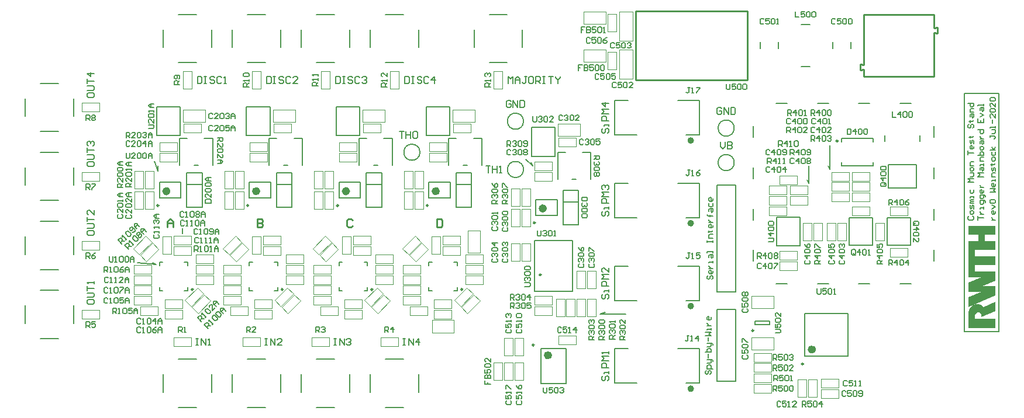
<source format=gto>
G04*
G04 #@! TF.GenerationSoftware,Altium Limited,Altium Designer,20.1.14 (287)*
G04*
G04 Layer_Color=15132400*
%FSLAX43Y43*%
%MOMM*%
G71*
G04*
G04 #@! TF.SameCoordinates,785F46E0-C1C1-4AA7-83CD-D68E938E2BB6*
G04*
G04*
G04 #@! TF.FilePolarity,Positive*
G04*
G01*
G75*
%ADD10C,0.500*%
%ADD11C,0.203*%
%ADD12C,0.600*%
%ADD13C,0.250*%
%ADD14C,0.200*%
%ADD15C,0.100*%
%ADD16C,0.254*%
G36*
X142000Y15425D02*
X139950Y14575D01*
Y14825D01*
X139941Y14913D01*
X139874Y15075D01*
X139750Y15199D01*
X139588Y15266D01*
X139500Y15275D01*
X139407Y15266D01*
X139236Y15195D01*
X139105Y15064D01*
X139034Y14893D01*
X139025Y14800D01*
Y14325D01*
X142000D01*
Y13000D01*
X138100D01*
Y15300D01*
X138225Y15750D01*
X138500Y16100D01*
X138875Y16350D01*
X139125Y16425D01*
X139550D01*
X139850Y16350D01*
X140125Y16200D01*
X140275Y16075D01*
X142000Y16800D01*
Y15425D01*
D02*
G37*
G36*
Y26525D02*
X140425D01*
Y25625D01*
X142000D01*
Y24325D01*
X139025D01*
Y23425D01*
X142000D01*
Y22125D01*
X139025D01*
Y21200D01*
X142000D01*
Y19875D01*
X140150Y19100D01*
X142000D01*
Y17750D01*
X138100Y16075D01*
Y17450D01*
X139925Y18225D01*
X138100D01*
Y19575D01*
X139950Y20375D01*
X138100D01*
Y25625D01*
X139500D01*
Y26525D01*
X138100D01*
Y27850D01*
X142000D01*
Y26525D01*
D02*
G37*
D10*
X98094Y4200D02*
G03*
X98094Y4200I-224J0D01*
G01*
Y16200D02*
G03*
X98094Y16200I-224J0D01*
G01*
Y28200D02*
G03*
X98094Y28200I-224J0D01*
G01*
Y40200D02*
G03*
X98094Y40200I-224J0D01*
G01*
D11*
X58668Y38500D02*
G03*
X58668Y38500I-1168J0D01*
G01*
X104168Y42000D02*
G03*
X104168Y42000I-1168J0D01*
G01*
Y37000D02*
G03*
X104168Y37000I-1168J0D01*
G01*
X73668Y43000D02*
G03*
X73668Y43000I-1168J0D01*
G01*
Y36000D02*
G03*
X73668Y36000I-1168J0D01*
G01*
D12*
X77500Y9050D02*
G03*
X77500Y9050I-300J0D01*
G01*
X115700Y9900D02*
G03*
X115700Y9900I-300J0D01*
G01*
X76750Y30350D02*
G03*
X76750Y30350I-300J0D01*
G01*
X61250Y32850D02*
G03*
X61250Y32850I-300J0D01*
G01*
X48250D02*
G03*
X48250Y32850I-300J0D01*
G01*
X35250D02*
G03*
X35250Y32850I-300J0D01*
G01*
X22250D02*
G03*
X22250Y32850I-300J0D01*
G01*
D13*
X75200Y10550D02*
G03*
X75200Y10550I-125J0D01*
G01*
X106975Y12650D02*
G03*
X106975Y12650I-125J0D01*
G01*
X114175Y7775D02*
G03*
X114175Y7775I-125J0D01*
G01*
X75350Y28275D02*
G03*
X75350Y28275I-125J0D01*
G01*
X76220Y20730D02*
G03*
X76220Y20730I-125J0D01*
G01*
X59850Y30775D02*
G03*
X59850Y30775I-125J0D01*
G01*
X46850D02*
G03*
X46850Y30775I-125J0D01*
G01*
X33850D02*
G03*
X33850Y30775I-125J0D01*
G01*
X20850D02*
G03*
X20850Y30775I-125J0D01*
G01*
X64825Y18600D02*
G03*
X64825Y18600I-125J0D01*
G01*
X51825D02*
G03*
X51825Y18600I-125J0D01*
G01*
X38825D02*
G03*
X38825Y18600I-125J0D01*
G01*
X25825D02*
G03*
X25825Y18600I-125J0D01*
G01*
X119175Y40125D02*
G03*
X119175Y40125I-125J0D01*
G01*
X89900Y59000D02*
X106100D01*
Y49000D02*
Y59000D01*
X89900Y49000D02*
X106100D01*
X89900D02*
Y59000D01*
X61100Y28850D02*
Y27650D01*
X61700D01*
X61900Y27850D01*
Y28650D01*
X61700Y28850D01*
X61100D01*
X48900Y28650D02*
X48700Y28850D01*
X48300D01*
X48100Y28650D01*
Y27850D01*
X48300Y27650D01*
X48700D01*
X48900Y27850D01*
X22100Y27650D02*
Y28450D01*
X22500Y28850D01*
X22900Y28450D01*
Y27650D01*
Y28250D01*
X22100D01*
X35100Y28850D02*
Y27650D01*
X35700D01*
X35900Y27850D01*
Y28050D01*
X35700Y28250D01*
X35100D01*
X35700D01*
X35900Y28450D01*
Y28650D01*
X35700Y28850D01*
X35100D01*
D14*
X137500Y12500D02*
Y47000D01*
X142500D01*
Y12500D02*
Y47000D01*
X137500Y12500D02*
X142500D01*
X86890Y5000D02*
X90030D01*
X86890Y10000D02*
X88780D01*
X86890Y5000D02*
Y10000D01*
X99110Y5000D02*
Y10000D01*
X95970D02*
X99110D01*
X97220Y5000D02*
X99110D01*
X86890Y17000D02*
X90030D01*
X86890Y22000D02*
X88780D01*
X86890Y17000D02*
Y22000D01*
X99110Y17000D02*
Y22000D01*
X95970D02*
X99110D01*
X97220Y17000D02*
X99110D01*
X97220Y29000D02*
X99110D01*
X95970Y34000D02*
X99110D01*
Y29000D02*
Y34000D01*
X86890Y29000D02*
Y34000D01*
X88780D01*
X86890Y29000D02*
X90030D01*
X97220Y41000D02*
X99110D01*
X95970Y46000D02*
X99110D01*
Y41000D02*
Y46000D01*
X86890Y41000D02*
Y46000D01*
X88780D01*
X86890Y41000D02*
X90030D01*
X24250Y26750D02*
Y27500D01*
X78200Y37900D02*
Y42100D01*
X74800Y37900D02*
Y42100D01*
X78200D01*
X74800Y37900D02*
X78200D01*
X133105Y40700D02*
Y42300D01*
Y34700D02*
Y36300D01*
Y28700D02*
Y30300D01*
Y22700D02*
Y24300D01*
X128200Y45605D02*
X129800D01*
X122200D02*
X123800D01*
X116200D02*
X117800D01*
X110200D02*
X111800D01*
X106895Y40700D02*
Y42300D01*
Y34700D02*
Y36300D01*
Y28700D02*
Y30300D01*
Y22700D02*
Y24300D01*
X110200Y19395D02*
X111800D01*
X116200D02*
X117800D01*
X122200D02*
X123800D01*
X128200D02*
X129800D01*
X83400Y34600D02*
Y38500D01*
X82200D02*
X83400D01*
X80700Y34600D02*
X81300D01*
X78600D02*
Y38500D01*
X79700D01*
X58500Y3700D02*
Y6300D01*
X53700Y1500D02*
X56300D01*
X51500Y3700D02*
Y6300D01*
X53700Y8500D02*
X56300D01*
X48500Y3700D02*
Y6300D01*
X43700Y1500D02*
X46300D01*
X41500Y3700D02*
Y6300D01*
X43700Y8500D02*
X46300D01*
X38500Y3700D02*
Y6300D01*
X33700Y1500D02*
X36300D01*
X31500Y3700D02*
Y6300D01*
X33700Y8500D02*
X36300D01*
X28500Y3700D02*
Y6300D01*
X23700Y1500D02*
X26300D01*
X21500Y3700D02*
Y6300D01*
X23700Y8500D02*
X26300D01*
X53700Y51500D02*
X56300D01*
X58500Y53700D02*
Y56300D01*
X53700Y58500D02*
X56300D01*
X51500Y53700D02*
Y56300D01*
X43700Y51500D02*
X46300D01*
X48500Y53700D02*
Y56300D01*
X43700Y58500D02*
X46300D01*
X41500Y53700D02*
Y56300D01*
X33700Y51500D02*
X36300D01*
X38500Y53700D02*
Y56300D01*
X33700Y58500D02*
X36300D01*
X31500Y53700D02*
Y56300D01*
X23700Y51500D02*
X26300D01*
X28500Y53700D02*
Y56300D01*
X23700Y58500D02*
X26300D01*
X21500Y53700D02*
Y56300D01*
X76200Y4950D02*
X79800D01*
X76200Y10050D02*
X79800D01*
Y4950D02*
Y10050D01*
X76200Y4950D02*
Y10050D01*
X107175Y13500D02*
Y14000D01*
X109325Y13500D02*
Y14000D01*
X107175Y13500D02*
X109325D01*
X107175Y14000D02*
X109325D01*
X67650Y36600D02*
Y40500D01*
X66450D02*
X67650D01*
X64950Y36600D02*
X65550D01*
X62850D02*
Y40500D01*
X63950D01*
X54650Y36600D02*
Y40500D01*
X53450D02*
X54650D01*
X51950Y36600D02*
X52550D01*
X49850D02*
Y40500D01*
X50950D01*
X41650Y36600D02*
Y40500D01*
X40450D02*
X41650D01*
X38950Y36600D02*
X39550D01*
X36850D02*
Y40500D01*
X37950D01*
X23850D02*
X24950D01*
X23850Y36600D02*
Y40500D01*
X25950Y36600D02*
X26550D01*
X27450Y40500D02*
X28650D01*
Y36600D02*
Y40500D01*
X120600Y8900D02*
Y15100D01*
X114400Y8900D02*
Y15100D01*
X120600D01*
X114400Y8900D02*
X120600D01*
X110300Y24900D02*
Y29100D01*
X113700Y24900D02*
Y29100D01*
X110300Y24900D02*
X113700D01*
X110300Y29100D02*
X113700D01*
X75450Y29350D02*
X78550D01*
X75450Y31650D02*
X78550D01*
X75450Y29350D02*
Y31650D01*
X78550Y29350D02*
Y31650D01*
X75250Y18300D02*
X80750D01*
Y25700D01*
X75250Y18300D02*
Y25700D01*
X80750D01*
X59550Y40900D02*
X62950D01*
X59550Y45100D02*
X62950D01*
X59550Y40900D02*
Y45100D01*
X62950Y40900D02*
Y45100D01*
X46550Y40900D02*
X49950D01*
X46550Y45100D02*
X49950D01*
X46550Y40900D02*
Y45100D01*
X49950Y40900D02*
Y45100D01*
X33550Y40900D02*
X36950D01*
X33550Y45100D02*
X36950D01*
X33550Y40900D02*
Y45100D01*
X36950Y40900D02*
Y45100D01*
X23950Y40900D02*
Y45100D01*
X20550Y40900D02*
Y45100D01*
X23950D01*
X20550Y40900D02*
X23950D01*
X63050Y31850D02*
Y34150D01*
X59950Y31850D02*
Y34150D01*
X63050D01*
X59950Y31850D02*
X63050D01*
X50050D02*
Y34150D01*
X46950Y31850D02*
Y34150D01*
X50050D01*
X46950Y31850D02*
X50050D01*
X37050D02*
Y34150D01*
X33950Y31850D02*
Y34150D01*
X37050D01*
X33950Y31850D02*
X37050D01*
X20950D02*
X24050D01*
X20950Y34150D02*
X24050D01*
X20950Y31850D02*
Y34150D01*
X24050Y31850D02*
Y34150D01*
X59950Y22550D02*
X60425D01*
X59950Y22075D02*
Y22550D01*
X64050Y18450D02*
Y18925D01*
X63575Y18450D02*
X64050D01*
X59950D02*
X60425D01*
X59950D02*
Y18925D01*
X64050Y22075D02*
Y22550D01*
X63575D02*
X64050D01*
X46950D02*
X47425D01*
X46950Y22075D02*
Y22550D01*
X51050Y18450D02*
Y18925D01*
X50575Y18450D02*
X51050D01*
X46950D02*
X47425D01*
X46950D02*
Y18925D01*
X51050Y22075D02*
Y22550D01*
X50575D02*
X51050D01*
X33950D02*
X34425D01*
X33950Y22075D02*
Y22550D01*
X38050Y18450D02*
Y18925D01*
X37575Y18450D02*
X38050D01*
X33950D02*
X34425D01*
X33950D02*
Y18925D01*
X38050Y22075D02*
Y22550D01*
X37575D02*
X38050D01*
X24575D02*
X25050D01*
Y22075D02*
Y22550D01*
X20950Y18450D02*
Y18925D01*
Y18450D02*
X21425D01*
X24575D02*
X25050D01*
Y18925D01*
X20950Y22075D02*
Y22550D01*
X21425D01*
X8500Y43700D02*
Y46300D01*
X3700Y48500D02*
X6300D01*
X1500Y43700D02*
Y46300D01*
X3700Y41500D02*
X6300D01*
X8500Y33700D02*
Y36300D01*
X3700Y38500D02*
X6300D01*
X1500Y33700D02*
Y36300D01*
X3700Y31500D02*
X6300D01*
X8500Y23700D02*
Y26300D01*
X3700Y28500D02*
X6300D01*
X1500Y23700D02*
Y26300D01*
X3700Y21500D02*
X6300D01*
X8500Y13700D02*
Y16300D01*
X3700Y18500D02*
X6300D01*
X1500Y13700D02*
Y16300D01*
X3700Y11500D02*
X6300D01*
X126300Y25000D02*
X129700D01*
X126300D02*
Y29000D01*
X129700D01*
Y25000D02*
Y29000D01*
X120800Y25000D02*
Y29000D01*
Y25000D02*
X124200D01*
Y29000D01*
X120800D02*
X124200D01*
X126500Y36700D02*
X130500D01*
X126500Y33300D02*
Y36700D01*
Y33300D02*
X130500D01*
Y36700D01*
X113850Y50950D02*
X115150D01*
X113850Y57050D02*
X115150D01*
X63875Y33800D02*
X66125D01*
X63875Y30500D02*
Y35500D01*
X66125Y30500D02*
Y35500D01*
X63875Y30500D02*
X66125D01*
X63875Y35500D02*
X66125D01*
X50875Y33800D02*
X53125D01*
X50875Y30500D02*
Y35500D01*
X53125Y30500D02*
Y35500D01*
X50875Y30500D02*
X53125D01*
X50875Y35500D02*
X53125D01*
X37875Y33800D02*
X40125D01*
X37875Y30500D02*
Y35500D01*
X40125Y30500D02*
Y35500D01*
X37875Y30500D02*
X40125D01*
X37875Y35500D02*
X40125D01*
X24875D02*
X27125D01*
X24875Y30500D02*
X27125D01*
Y35500D01*
X24875Y30500D02*
Y35500D01*
Y33800D02*
X27125D01*
X131050Y40050D02*
Y40950D01*
X125950Y40050D02*
Y40950D01*
X101655Y15730D02*
X104345D01*
X101655Y5270D02*
Y15730D01*
Y5270D02*
X104345D01*
Y15730D01*
X101655Y18230D02*
Y33770D01*
X104345D01*
Y18230D02*
Y33770D01*
X101655Y18230D02*
X104345D01*
X66500Y53700D02*
Y56300D01*
X68700Y58500D02*
X71300D01*
X73500Y53700D02*
Y56300D01*
X68700Y51500D02*
X71300D01*
X124300Y36500D02*
Y37025D01*
X119700Y36500D02*
Y37025D01*
X124300Y39975D02*
Y40500D01*
X119700Y39975D02*
Y40500D01*
Y36500D02*
X124300D01*
X119700Y40500D02*
X124300D01*
X79375Y31300D02*
X81625D01*
X79375Y28000D02*
Y33000D01*
X81625Y28000D02*
Y33000D01*
X79375Y28000D02*
X81625D01*
X79375Y33000D02*
X81625D01*
X110525Y53550D02*
Y54450D01*
X107975Y53550D02*
Y54450D01*
X118475Y53550D02*
Y54450D01*
X121025Y53550D02*
Y54450D01*
X74750Y37000D02*
X75000Y36500D01*
X74000Y37500D02*
X75000Y36500D01*
X84750Y15000D02*
X85500Y15250D01*
X84750Y15000D02*
X88500D01*
X20750Y35750D02*
Y36500D01*
X20250Y37250D02*
X20750Y35750D01*
X20000Y22500D02*
X20500Y22250D01*
X17750Y22500D02*
X20500Y22250D01*
X114750Y34500D02*
X115000Y34000D01*
Y36500D01*
X117750D02*
X118000Y36000D01*
Y39500D01*
X10500Y26950D02*
Y26617D01*
X10667Y26450D01*
X11333D01*
X11500Y26617D01*
Y26950D01*
X11333Y27116D01*
X10667D01*
X10500Y26950D01*
Y27450D02*
X11333D01*
X11500Y27616D01*
Y27950D01*
X11333Y28116D01*
X10500D01*
Y28449D02*
Y29116D01*
Y28783D01*
X11500D01*
Y30115D02*
Y29449D01*
X10833Y30115D01*
X10667D01*
X10500Y29949D01*
Y29616D01*
X10667Y29449D01*
X71450Y48500D02*
Y49500D01*
X71783Y49167D01*
X72116Y49500D01*
Y48500D01*
X72450D02*
Y49167D01*
X72783Y49500D01*
X73116Y49167D01*
Y48500D01*
Y49000D01*
X72450D01*
X74116Y49500D02*
X73783D01*
X73949D01*
Y48667D01*
X73783Y48500D01*
X73616D01*
X73449Y48667D01*
X74949Y49500D02*
X74616D01*
X74449Y49333D01*
Y48667D01*
X74616Y48500D01*
X74949D01*
X75115Y48667D01*
Y49333D01*
X74949Y49500D01*
X75449Y48500D02*
Y49500D01*
X75949D01*
X76115Y49333D01*
Y49000D01*
X75949Y48833D01*
X75449D01*
X75782D02*
X76115Y48500D01*
X76448Y49500D02*
X76782D01*
X76615D01*
Y48500D01*
X76448D01*
X76782D01*
X77281Y49500D02*
X77948D01*
X77615D01*
Y48500D01*
X78281Y49500D02*
Y49333D01*
X78614Y49000D01*
X78948Y49333D01*
Y49500D01*
X78614Y49000D02*
Y48500D01*
X36450Y49500D02*
Y48500D01*
X36950D01*
X37116Y48667D01*
Y49333D01*
X36950Y49500D01*
X36450D01*
X37450D02*
X37783D01*
X37616D01*
Y48500D01*
X37450D01*
X37783D01*
X38949Y49333D02*
X38783Y49500D01*
X38449D01*
X38283Y49333D01*
Y49167D01*
X38449Y49000D01*
X38783D01*
X38949Y48833D01*
Y48667D01*
X38783Y48500D01*
X38449D01*
X38283Y48667D01*
X39949Y49333D02*
X39782Y49500D01*
X39449D01*
X39282Y49333D01*
Y48667D01*
X39449Y48500D01*
X39782D01*
X39949Y48667D01*
X40949Y48500D02*
X40282D01*
X40949Y49167D01*
Y49333D01*
X40782Y49500D01*
X40449D01*
X40282Y49333D01*
X85167Y17917D02*
X85000Y17751D01*
Y17417D01*
X85167Y17251D01*
X85333D01*
X85500Y17417D01*
Y17751D01*
X85667Y17917D01*
X85833D01*
X86000Y17751D01*
Y17417D01*
X85833Y17251D01*
X86000Y18250D02*
Y18584D01*
Y18417D01*
X85333D01*
Y18250D01*
X86000Y19083D02*
X85000D01*
Y19583D01*
X85167Y19750D01*
X85500D01*
X85667Y19583D01*
Y19083D01*
X86000Y20083D02*
X85000D01*
X85333Y20416D01*
X85000Y20750D01*
X86000D01*
Y21749D02*
Y21083D01*
X85333Y21749D01*
X85167D01*
X85000Y21583D01*
Y21249D01*
X85167Y21083D01*
X100384Y20602D02*
X100250Y20468D01*
Y20202D01*
X100384Y20069D01*
X100517D01*
X100650Y20202D01*
Y20468D01*
X100783Y20602D01*
X100917D01*
X101050Y20468D01*
Y20202D01*
X100917Y20069D01*
X101050Y21268D02*
Y21002D01*
X100917Y20868D01*
X100650D01*
X100517Y21002D01*
Y21268D01*
X100650Y21402D01*
X100783D01*
Y20868D01*
X100517Y21668D02*
X101050D01*
X100783D01*
X100650Y21801D01*
X100517Y21935D01*
Y22068D01*
X101050Y22468D02*
Y22734D01*
Y22601D01*
X100517D01*
Y22468D01*
Y23268D02*
Y23534D01*
X100650Y23667D01*
X101050D01*
Y23268D01*
X100917Y23134D01*
X100783Y23268D01*
Y23667D01*
X101050Y23934D02*
Y24201D01*
Y24067D01*
X100250D01*
Y23934D01*
Y25400D02*
Y25667D01*
Y25534D01*
X101050D01*
Y25400D01*
Y25667D01*
Y26067D02*
X100517D01*
Y26467D01*
X100650Y26600D01*
X101050D01*
X100384Y27000D02*
X100517D01*
Y26866D01*
Y27133D01*
Y27000D01*
X100917D01*
X101050Y27133D01*
Y27933D02*
Y27666D01*
X100917Y27533D01*
X100650D01*
X100517Y27666D01*
Y27933D01*
X100650Y28066D01*
X100783D01*
Y27533D01*
X100517Y28333D02*
X101050D01*
X100783D01*
X100650Y28466D01*
X100517Y28599D01*
Y28732D01*
X101050Y29266D02*
X100384D01*
X100650D01*
Y29132D01*
Y29399D01*
Y29266D01*
X100384D01*
X100250Y29399D01*
X100517Y29932D02*
Y30199D01*
X100650Y30332D01*
X101050D01*
Y29932D01*
X100917Y29799D01*
X100783Y29932D01*
Y30332D01*
X100517Y31132D02*
Y30732D01*
X100650Y30599D01*
X100917D01*
X101050Y30732D01*
Y31132D01*
Y31798D02*
Y31532D01*
X100917Y31398D01*
X100650D01*
X100517Y31532D01*
Y31798D01*
X100650Y31931D01*
X100783D01*
Y31398D01*
X26200Y11500D02*
X26533D01*
X26367D01*
Y10500D01*
X26200D01*
X26533D01*
X27033D02*
Y11500D01*
X27700Y10500D01*
Y11500D01*
X28033Y10500D02*
X28366D01*
X28199D01*
Y11500D01*
X28033Y11333D01*
X46200Y11500D02*
X46533D01*
X46367D01*
Y10500D01*
X46200D01*
X46533D01*
X47033D02*
Y11500D01*
X47700Y10500D01*
Y11500D01*
X48033Y11333D02*
X48199Y11500D01*
X48533D01*
X48699Y11333D01*
Y11167D01*
X48533Y11000D01*
X48366D01*
X48533D01*
X48699Y10833D01*
Y10667D01*
X48533Y10500D01*
X48199D01*
X48033Y10667D01*
X85167Y6084D02*
X85000Y5917D01*
Y5584D01*
X85167Y5417D01*
X85333D01*
X85500Y5584D01*
Y5917D01*
X85667Y6084D01*
X85833D01*
X86000Y5917D01*
Y5584D01*
X85833Y5417D01*
X86000Y6417D02*
Y6750D01*
Y6584D01*
X85333D01*
Y6417D01*
X86000Y7250D02*
X85000D01*
Y7750D01*
X85167Y7917D01*
X85500D01*
X85667Y7750D01*
Y7250D01*
X86000Y8250D02*
X85000D01*
X85333Y8583D01*
X85000Y8916D01*
X86000D01*
Y9249D02*
Y9583D01*
Y9416D01*
X85000D01*
X85167Y9249D01*
X138160Y29233D02*
X138027Y29100D01*
Y28833D01*
X138160Y28700D01*
X138694D01*
X138827Y28833D01*
Y29100D01*
X138694Y29233D01*
X138827Y29633D02*
Y29900D01*
X138694Y30033D01*
X138427D01*
X138294Y29900D01*
Y29633D01*
X138427Y29500D01*
X138694D01*
X138827Y29633D01*
Y30299D02*
Y30699D01*
X138694Y30833D01*
X138560Y30699D01*
Y30433D01*
X138427Y30299D01*
X138294Y30433D01*
Y30833D01*
X138827Y31099D02*
X138294D01*
Y31233D01*
X138427Y31366D01*
X138827D01*
X138427D01*
X138294Y31499D01*
X138427Y31632D01*
X138827D01*
Y31899D02*
Y32166D01*
Y32032D01*
X138294D01*
Y31899D01*
Y33099D02*
Y32699D01*
X138427Y32565D01*
X138694D01*
X138827Y32699D01*
Y33099D01*
Y34165D02*
X138027D01*
X138294Y34431D01*
X138027Y34698D01*
X138827D01*
X138294Y34965D02*
X138694D01*
X138827Y35098D01*
Y35498D01*
X138294D01*
X138827Y35898D02*
Y36164D01*
X138694Y36298D01*
X138427D01*
X138294Y36164D01*
Y35898D01*
X138427Y35764D01*
X138694D01*
X138827Y35898D01*
Y36564D02*
X138294D01*
Y36964D01*
X138427Y37097D01*
X138827D01*
X138027Y38164D02*
Y38697D01*
Y38430D01*
X138827D01*
Y39363D02*
Y39097D01*
X138694Y38963D01*
X138427D01*
X138294Y39097D01*
Y39363D01*
X138427Y39497D01*
X138560D01*
Y38963D01*
X138827Y39763D02*
Y40163D01*
X138694Y40296D01*
X138560Y40163D01*
Y39896D01*
X138427Y39763D01*
X138294Y39896D01*
Y40296D01*
X138160Y40696D02*
X138294D01*
Y40563D01*
Y40829D01*
Y40696D01*
X138694D01*
X138827Y40829D01*
X138160Y42562D02*
X138027Y42429D01*
Y42162D01*
X138160Y42029D01*
X138294D01*
X138427Y42162D01*
Y42429D01*
X138560Y42562D01*
X138694D01*
X138827Y42429D01*
Y42162D01*
X138694Y42029D01*
X138160Y42962D02*
X138294D01*
Y42829D01*
Y43095D01*
Y42962D01*
X138694D01*
X138827Y43095D01*
X138294Y43629D02*
Y43895D01*
X138427Y44028D01*
X138827D01*
Y43629D01*
X138694Y43495D01*
X138560Y43629D01*
Y44028D01*
X138827Y44295D02*
X138294D01*
Y44695D01*
X138427Y44828D01*
X138827D01*
X138027Y45628D02*
X138827D01*
Y45228D01*
X138694Y45095D01*
X138427D01*
X138294Y45228D01*
Y45628D01*
X139467Y28700D02*
Y29233D01*
Y28967D01*
X140267D01*
X139733Y29500D02*
X140267D01*
X140000D01*
X139867Y29633D01*
X139733Y29766D01*
Y29900D01*
X140267Y30299D02*
Y30566D01*
Y30433D01*
X139733D01*
Y30299D01*
X140533Y31233D02*
Y31366D01*
X140400Y31499D01*
X139733D01*
Y31099D01*
X139867Y30966D01*
X140133D01*
X140267Y31099D01*
Y31499D01*
X140533Y32032D02*
Y32166D01*
X140400Y32299D01*
X139733D01*
Y31899D01*
X139867Y31766D01*
X140133D01*
X140267Y31899D01*
Y32299D01*
Y32965D02*
Y32699D01*
X140133Y32565D01*
X139867D01*
X139733Y32699D01*
Y32965D01*
X139867Y33099D01*
X140000D01*
Y32565D01*
X139733Y33365D02*
X140267D01*
X140000D01*
X139867Y33498D01*
X139733Y33632D01*
Y33765D01*
X140267Y34965D02*
X139467D01*
X139733Y35231D01*
X139467Y35498D01*
X140267D01*
X139733Y35898D02*
Y36164D01*
X139867Y36298D01*
X140267D01*
Y35898D01*
X140133Y35764D01*
X140000Y35898D01*
Y36298D01*
X140267Y36564D02*
Y36831D01*
Y36697D01*
X139733D01*
Y36564D01*
X140267Y37231D02*
X139733D01*
Y37630D01*
X139867Y37764D01*
X140267D01*
X139467Y38030D02*
X140267D01*
Y38430D01*
X140133Y38563D01*
X140000D01*
X139867D01*
X139733Y38430D01*
Y38030D01*
X140267Y38963D02*
Y39230D01*
X140133Y39363D01*
X139867D01*
X139733Y39230D01*
Y38963D01*
X139867Y38830D01*
X140133D01*
X140267Y38963D01*
X139733Y39763D02*
Y40030D01*
X139867Y40163D01*
X140267D01*
Y39763D01*
X140133Y39630D01*
X140000Y39763D01*
Y40163D01*
X139733Y40430D02*
X140267D01*
X140000D01*
X139867Y40563D01*
X139733Y40696D01*
Y40829D01*
X139467Y41762D02*
X140267D01*
Y41363D01*
X140133Y41229D01*
X139867D01*
X139733Y41363D01*
Y41762D01*
X139467Y43362D02*
Y42829D01*
X140267D01*
Y43362D01*
X139867Y42829D02*
Y43095D01*
X139733Y43629D02*
X140267Y43895D01*
X139733Y44162D01*
Y44562D02*
Y44828D01*
X139867Y44961D01*
X140267D01*
Y44562D01*
X140133Y44428D01*
X140000Y44562D01*
Y44961D01*
X140267Y45228D02*
Y45495D01*
Y45361D01*
X139467D01*
Y45228D01*
X141440Y28700D02*
X141973D01*
X141706D01*
X141573Y28833D01*
X141440Y28967D01*
Y29100D01*
X141973Y29900D02*
Y29633D01*
X141840Y29500D01*
X141573D01*
X141440Y29633D01*
Y29900D01*
X141573Y30033D01*
X141706D01*
Y29500D01*
X141440Y30299D02*
X141973Y30566D01*
X141440Y30833D01*
X141306Y31099D02*
X141173Y31233D01*
Y31499D01*
X141306Y31632D01*
X141840D01*
X141973Y31499D01*
Y31233D01*
X141840Y31099D01*
X141306D01*
X141173Y32699D02*
X141973D01*
X141706Y32965D01*
X141973Y33232D01*
X141173D01*
X141973Y33898D02*
Y33632D01*
X141840Y33498D01*
X141573D01*
X141440Y33632D01*
Y33898D01*
X141573Y34032D01*
X141706D01*
Y33498D01*
X141973Y34298D02*
Y34565D01*
Y34431D01*
X141440D01*
Y34298D01*
X141973Y34965D02*
X141440D01*
Y35365D01*
X141573Y35498D01*
X141973D01*
Y35764D02*
Y36164D01*
X141840Y36298D01*
X141706Y36164D01*
Y35898D01*
X141573Y35764D01*
X141440Y35898D01*
Y36298D01*
X141306Y36697D02*
X141440D01*
Y36564D01*
Y36831D01*
Y36697D01*
X141840D01*
X141973Y36831D01*
Y37364D02*
Y37630D01*
X141840Y37764D01*
X141573D01*
X141440Y37630D01*
Y37364D01*
X141573Y37231D01*
X141840D01*
X141973Y37364D01*
X141440Y38563D02*
Y38164D01*
X141573Y38030D01*
X141840D01*
X141973Y38164D01*
Y38563D01*
Y38830D02*
X141173D01*
X141706D02*
X141440Y39230D01*
X141706Y38830D02*
X141973Y39230D01*
X141173Y40963D02*
Y40696D01*
Y40829D01*
X141840D01*
X141973Y40696D01*
Y40563D01*
X141840Y40430D01*
X141440Y41229D02*
X141840D01*
X141973Y41363D01*
Y41762D01*
X141440D01*
X141973Y42029D02*
Y42296D01*
Y42162D01*
X141173D01*
Y42029D01*
X141573Y42695D02*
Y43229D01*
X141973Y44028D02*
Y43495D01*
X141440Y44028D01*
X141306D01*
X141173Y43895D01*
Y43629D01*
X141306Y43495D01*
Y44295D02*
X141173Y44428D01*
Y44695D01*
X141306Y44828D01*
X141840D01*
X141973Y44695D01*
Y44428D01*
X141840Y44295D01*
X141306D01*
X141973Y45628D02*
Y45095D01*
X141440Y45628D01*
X141306D01*
X141173Y45495D01*
Y45228D01*
X141306Y45095D01*
Y45894D02*
X141173Y46028D01*
Y46294D01*
X141306Y46428D01*
X141840D01*
X141973Y46294D01*
Y46028D01*
X141840Y45894D01*
X141306D01*
X56200Y11500D02*
X56533D01*
X56367D01*
Y10500D01*
X56200D01*
X56533D01*
X57033D02*
Y11500D01*
X57700Y10500D01*
Y11500D01*
X58533Y10500D02*
Y11500D01*
X58033Y11000D01*
X58699D01*
X46450Y49500D02*
Y48500D01*
X46950D01*
X47116Y48667D01*
Y49333D01*
X46950Y49500D01*
X46450D01*
X47450D02*
X47783D01*
X47616D01*
Y48500D01*
X47450D01*
X47783D01*
X48949Y49333D02*
X48783Y49500D01*
X48449D01*
X48283Y49333D01*
Y49167D01*
X48449Y49000D01*
X48783D01*
X48949Y48833D01*
Y48667D01*
X48783Y48500D01*
X48449D01*
X48283Y48667D01*
X49949Y49333D02*
X49782Y49500D01*
X49449D01*
X49282Y49333D01*
Y48667D01*
X49449Y48500D01*
X49782D01*
X49949Y48667D01*
X50282Y49333D02*
X50449Y49500D01*
X50782D01*
X50949Y49333D01*
Y49167D01*
X50782Y49000D01*
X50615D01*
X50782D01*
X50949Y48833D01*
Y48667D01*
X50782Y48500D01*
X50449D01*
X50282Y48667D01*
X10500Y16950D02*
Y16617D01*
X10667Y16450D01*
X11333D01*
X11500Y16617D01*
Y16950D01*
X11333Y17116D01*
X10667D01*
X10500Y16950D01*
Y17450D02*
X11333D01*
X11500Y17616D01*
Y17950D01*
X11333Y18116D01*
X10500D01*
Y18449D02*
Y19116D01*
Y18783D01*
X11500D01*
Y19449D02*
Y19782D01*
Y19616D01*
X10500D01*
X10667Y19449D01*
X56450Y49500D02*
Y48500D01*
X56950D01*
X57116Y48667D01*
Y49333D01*
X56950Y49500D01*
X56450D01*
X57450D02*
X57783D01*
X57616D01*
Y48500D01*
X57450D01*
X57783D01*
X58949Y49333D02*
X58783Y49500D01*
X58449D01*
X58283Y49333D01*
Y49167D01*
X58449Y49000D01*
X58783D01*
X58949Y48833D01*
Y48667D01*
X58783Y48500D01*
X58449D01*
X58283Y48667D01*
X59949Y49333D02*
X59782Y49500D01*
X59449D01*
X59282Y49333D01*
Y48667D01*
X59449Y48500D01*
X59782D01*
X59949Y48667D01*
X60782Y48500D02*
Y49500D01*
X60282Y49000D01*
X60949D01*
X36200Y11500D02*
X36533D01*
X36367D01*
Y10500D01*
X36200D01*
X36533D01*
X37033D02*
Y11500D01*
X37700Y10500D01*
Y11500D01*
X38699Y10500D02*
X38033D01*
X38699Y11167D01*
Y11333D01*
X38533Y11500D01*
X38199D01*
X38033Y11333D01*
X26450Y49500D02*
Y48500D01*
X26950D01*
X27116Y48667D01*
Y49333D01*
X26950Y49500D01*
X26450D01*
X27450D02*
X27783D01*
X27616D01*
Y48500D01*
X27450D01*
X27783D01*
X28949Y49333D02*
X28783Y49500D01*
X28449D01*
X28283Y49333D01*
Y49167D01*
X28449Y49000D01*
X28783D01*
X28949Y48833D01*
Y48667D01*
X28783Y48500D01*
X28449D01*
X28283Y48667D01*
X29949Y49333D02*
X29782Y49500D01*
X29449D01*
X29282Y49333D01*
Y48667D01*
X29449Y48500D01*
X29782D01*
X29949Y48667D01*
X30282Y48500D02*
X30615D01*
X30449D01*
Y49500D01*
X30282Y49333D01*
X100117Y6835D02*
X99984Y6701D01*
Y6435D01*
X100117Y6301D01*
X100250D01*
X100384Y6435D01*
Y6701D01*
X100517Y6835D01*
X100650D01*
X100783Y6701D01*
Y6435D01*
X100650Y6301D01*
X101050Y7101D02*
X100250D01*
Y7501D01*
X100384Y7634D01*
X100650D01*
X100783Y7501D01*
Y7101D01*
X100250Y7901D02*
X100650D01*
X100783Y8034D01*
Y8434D01*
X100917D01*
X101050Y8301D01*
Y8167D01*
X100783Y8434D02*
X100250D01*
X100384Y8701D02*
Y9234D01*
X99984Y9500D02*
X100783D01*
Y9900D01*
X100650Y10033D01*
X100517D01*
X100384D01*
X100250Y9900D01*
Y9500D01*
Y10300D02*
X100650D01*
X100783Y10433D01*
Y10833D01*
X100917D01*
X101050Y10700D01*
Y10567D01*
X100783Y10833D02*
X100250D01*
X100384Y11100D02*
Y11633D01*
X99984Y11900D02*
X100783D01*
X100517Y12166D01*
X100783Y12433D01*
X99984D01*
X100783Y12699D02*
Y12966D01*
Y12833D01*
X100250D01*
Y12699D01*
Y13366D02*
X100783D01*
X100517D01*
X100384Y13499D01*
X100250Y13632D01*
Y13766D01*
X100783Y14565D02*
Y14299D01*
X100650Y14165D01*
X100384D01*
X100250Y14299D01*
Y14565D01*
X100384Y14699D01*
X100517D01*
Y14165D01*
X85167Y41917D02*
X85000Y41751D01*
Y41417D01*
X85167Y41251D01*
X85333D01*
X85500Y41417D01*
Y41751D01*
X85667Y41917D01*
X85833D01*
X86000Y41751D01*
Y41417D01*
X85833Y41251D01*
X86000Y42250D02*
Y42584D01*
Y42417D01*
X85333D01*
Y42250D01*
X86000Y43083D02*
X85000D01*
Y43583D01*
X85167Y43750D01*
X85500D01*
X85667Y43583D01*
Y43083D01*
X86000Y44083D02*
X85000D01*
X85333Y44416D01*
X85000Y44750D01*
X86000D01*
Y45583D02*
X85000D01*
X85500Y45083D01*
Y45749D01*
X85167Y29917D02*
X85000Y29751D01*
Y29417D01*
X85167Y29251D01*
X85333D01*
X85500Y29417D01*
Y29751D01*
X85667Y29917D01*
X85833D01*
X86000Y29751D01*
Y29417D01*
X85833Y29251D01*
X86000Y30250D02*
Y30584D01*
Y30417D01*
X85333D01*
Y30250D01*
X86000Y31083D02*
X85000D01*
Y31583D01*
X85167Y31750D01*
X85500D01*
X85667Y31583D01*
Y31083D01*
X86000Y32083D02*
X85000D01*
X85333Y32416D01*
X85000Y32750D01*
X86000D01*
X85167Y33083D02*
X85000Y33249D01*
Y33583D01*
X85167Y33749D01*
X85333D01*
X85500Y33583D01*
Y33416D01*
Y33583D01*
X85667Y33749D01*
X85833D01*
X86000Y33583D01*
Y33249D01*
X85833Y33083D01*
X10500Y46950D02*
Y46617D01*
X10667Y46450D01*
X11333D01*
X11500Y46617D01*
Y46950D01*
X11333Y47116D01*
X10667D01*
X10500Y46950D01*
Y47450D02*
X11333D01*
X11500Y47616D01*
Y47950D01*
X11333Y48116D01*
X10500D01*
Y48449D02*
Y49116D01*
Y48783D01*
X11500D01*
Y49949D02*
X10500D01*
X11000Y49449D01*
Y50115D01*
X10500Y36950D02*
Y36617D01*
X10667Y36450D01*
X11333D01*
X11500Y36617D01*
Y36950D01*
X11333Y37116D01*
X10667D01*
X10500Y36950D01*
Y37450D02*
X11333D01*
X11500Y37616D01*
Y37950D01*
X11333Y38116D01*
X10500D01*
Y38449D02*
Y39116D01*
Y38783D01*
X11500D01*
X10667Y39449D02*
X10500Y39616D01*
Y39949D01*
X10667Y40115D01*
X10833D01*
X11000Y39949D01*
Y39782D01*
Y39949D01*
X11167Y40115D01*
X11333D01*
X11500Y39949D01*
Y39616D01*
X11333Y39449D01*
X102336Y44818D02*
X102170Y44984D01*
X101837D01*
X101670Y44818D01*
Y44151D01*
X101837Y43985D01*
X102170D01*
X102336Y44151D01*
Y44485D01*
X102003D01*
X102670Y43985D02*
Y44984D01*
X103336Y43985D01*
Y44984D01*
X103669D02*
Y43985D01*
X104169D01*
X104336Y44151D01*
Y44818D01*
X104169Y44984D01*
X103669D01*
X102178Y39981D02*
Y39314D01*
X102511Y38981D01*
X102844Y39314D01*
Y39981D01*
X103178D02*
Y38981D01*
X103678D01*
X103844Y39148D01*
Y39314D01*
X103678Y39481D01*
X103178D01*
X103678D01*
X103844Y39647D01*
Y39814D01*
X103678Y39981D01*
X103178D01*
X71831Y45808D02*
X71664Y45975D01*
X71331D01*
X71165Y45808D01*
Y45142D01*
X71331Y44975D01*
X71664D01*
X71831Y45142D01*
Y45475D01*
X71498D01*
X72164Y44975D02*
Y45975D01*
X72831Y44975D01*
Y45975D01*
X73164D02*
Y44975D01*
X73664D01*
X73830Y45142D01*
Y45808D01*
X73664Y45975D01*
X73164D01*
X68193Y36501D02*
X68859D01*
X68526D01*
Y35501D01*
X69192Y36501D02*
Y35501D01*
Y36001D01*
X69859D01*
Y36501D01*
Y35501D01*
X70192D02*
X70525D01*
X70359D01*
Y36501D01*
X70192Y36334D01*
X55667Y41500D02*
X56334D01*
X56000D01*
Y40500D01*
X56667Y41500D02*
Y40500D01*
Y41000D01*
X57333D01*
Y41500D01*
Y40500D01*
X57666Y41333D02*
X57833Y41500D01*
X58166D01*
X58333Y41333D01*
Y40667D01*
X58166Y40500D01*
X57833D01*
X57666Y40667D01*
Y41333D01*
X68100Y5417D02*
Y4884D01*
X68500D01*
Y5151D01*
Y4884D01*
X68900D01*
X68100Y5684D02*
X68900D01*
Y6084D01*
X68767Y6217D01*
X68633D01*
X68500Y6084D01*
Y5684D01*
Y6084D01*
X68367Y6217D01*
X68233D01*
X68100Y6084D01*
Y5684D01*
Y7017D02*
Y6483D01*
X68500D01*
X68367Y6750D01*
Y6883D01*
X68500Y7017D01*
X68767D01*
X68900Y6883D01*
Y6617D01*
X68767Y6483D01*
X68233Y7283D02*
X68100Y7416D01*
Y7683D01*
X68233Y7816D01*
X68767D01*
X68900Y7683D01*
Y7416D01*
X68767Y7283D01*
X68233D01*
X68900Y8616D02*
Y8083D01*
X68367Y8616D01*
X68233D01*
X68100Y8483D01*
Y8216D01*
X68233Y8083D01*
X82550Y56650D02*
X82017D01*
Y56250D01*
X82284D01*
X82017D01*
Y55850D01*
X82817Y56650D02*
Y55850D01*
X83217D01*
X83350Y55983D01*
Y56117D01*
X83217Y56250D01*
X82817D01*
X83217D01*
X83350Y56383D01*
Y56517D01*
X83217Y56650D01*
X82817D01*
X84150D02*
X83617D01*
Y56250D01*
X83883Y56383D01*
X84017D01*
X84150Y56250D01*
Y55983D01*
X84017Y55850D01*
X83750D01*
X83617Y55983D01*
X84416Y56517D02*
X84550Y56650D01*
X84816D01*
X84950Y56517D01*
Y55983D01*
X84816Y55850D01*
X84550D01*
X84416Y55983D01*
Y56517D01*
X85216Y55850D02*
X85483D01*
X85349D01*
Y56650D01*
X85216Y56517D01*
X87067Y48517D02*
X86934Y48650D01*
X86667D01*
X86534Y48517D01*
Y47983D01*
X86667Y47850D01*
X86934D01*
X87067Y47983D01*
X87867Y48650D02*
X87334D01*
Y48250D01*
X87600Y48383D01*
X87733D01*
X87867Y48250D01*
Y47983D01*
X87733Y47850D01*
X87467D01*
X87334Y47983D01*
X88133Y48517D02*
X88267Y48650D01*
X88533D01*
X88666Y48517D01*
Y47983D01*
X88533Y47850D01*
X88267D01*
X88133Y47983D01*
Y48517D01*
X89466Y47850D02*
X88933D01*
X89466Y48383D01*
Y48517D01*
X89333Y48650D01*
X89066D01*
X88933Y48517D01*
X83850Y37966D02*
X84650D01*
Y37566D01*
X84517Y37433D01*
X84250D01*
X84117Y37566D01*
Y37966D01*
Y37700D02*
X83850Y37433D01*
X84517Y37166D02*
X84650Y37033D01*
Y36767D01*
X84517Y36633D01*
X84383D01*
X84250Y36767D01*
Y36900D01*
Y36767D01*
X84117Y36633D01*
X83983D01*
X83850Y36767D01*
Y37033D01*
X83983Y37166D01*
X84517Y36367D02*
X84650Y36233D01*
Y35967D01*
X84517Y35834D01*
X83983D01*
X83850Y35967D01*
Y36233D01*
X83983Y36367D01*
X84517D01*
Y35567D02*
X84650Y35434D01*
Y35167D01*
X84517Y35034D01*
X84383D01*
X84250Y35167D01*
X84117Y35034D01*
X83983D01*
X83850Y35167D01*
Y35434D01*
X83983Y35567D01*
X84117D01*
X84250Y35434D01*
X84383Y35567D01*
X84517D01*
X84250Y35434D02*
Y35167D01*
X82317Y40267D02*
X82184Y40400D01*
X81917D01*
X81784Y40267D01*
Y39733D01*
X81917Y39600D01*
X82184D01*
X82317Y39733D01*
X82584Y40267D02*
X82717Y40400D01*
X82983D01*
X83117Y40267D01*
Y40133D01*
X82983Y40000D01*
X82850D01*
X82983D01*
X83117Y39867D01*
Y39733D01*
X82983Y39600D01*
X82717D01*
X82584Y39733D01*
X83383Y40267D02*
X83517Y40400D01*
X83783D01*
X83916Y40267D01*
Y39733D01*
X83783Y39600D01*
X83517D01*
X83383Y39733D01*
Y40267D01*
X84716Y40400D02*
X84183D01*
Y40000D01*
X84450Y40133D01*
X84583D01*
X84716Y40000D01*
Y39733D01*
X84583Y39600D01*
X84316D01*
X84183Y39733D01*
X79317Y43767D02*
X79184Y43900D01*
X78917D01*
X78784Y43767D01*
Y43233D01*
X78917Y43100D01*
X79184D01*
X79317Y43233D01*
X79584Y43767D02*
X79717Y43900D01*
X79983D01*
X80117Y43767D01*
Y43633D01*
X79983Y43500D01*
X79850D01*
X79983D01*
X80117Y43367D01*
Y43233D01*
X79983Y43100D01*
X79717D01*
X79584Y43233D01*
X80383Y43767D02*
X80517Y43900D01*
X80783D01*
X80916Y43767D01*
Y43233D01*
X80783Y43100D01*
X80517D01*
X80383Y43233D01*
Y43767D01*
X81716Y43100D02*
X81183D01*
X81716Y43633D01*
Y43767D01*
X81583Y43900D01*
X81316D01*
X81183Y43767D01*
X69233Y27700D02*
X69100Y27567D01*
Y27300D01*
X69233Y27167D01*
X69767D01*
X69900Y27300D01*
Y27567D01*
X69767Y27700D01*
X69233Y27967D02*
X69100Y28100D01*
Y28367D01*
X69233Y28500D01*
X69367D01*
X69500Y28367D01*
Y28233D01*
Y28367D01*
X69633Y28500D01*
X69767D01*
X69900Y28367D01*
Y28100D01*
X69767Y27967D01*
X69233Y28767D02*
X69100Y28900D01*
Y29166D01*
X69233Y29300D01*
X69767D01*
X69900Y29166D01*
Y28900D01*
X69767Y28767D01*
X69233D01*
X69900Y29566D02*
Y29833D01*
Y29700D01*
X69100D01*
X69233Y29566D01*
X70733Y27567D02*
X70600Y27434D01*
Y27167D01*
X70733Y27034D01*
X71267D01*
X71400Y27167D01*
Y27434D01*
X71267Y27567D01*
X70733Y27834D02*
X70600Y27967D01*
Y28233D01*
X70733Y28367D01*
X70867D01*
X71000Y28233D01*
Y28100D01*
Y28233D01*
X71133Y28367D01*
X71267D01*
X71400Y28233D01*
Y27967D01*
X71267Y27834D01*
X70733Y28633D02*
X70600Y28767D01*
Y29033D01*
X70733Y29166D01*
X71267D01*
X71400Y29033D01*
Y28767D01*
X71267Y28633D01*
X70733D01*
Y29433D02*
X70600Y29566D01*
Y29833D01*
X70733Y29966D01*
X71267D01*
X71400Y29833D01*
Y29566D01*
X71267Y29433D01*
X70733D01*
X82167Y51150D02*
X81634D01*
Y50750D01*
X81901D01*
X81634D01*
Y50350D01*
X82434Y51150D02*
Y50350D01*
X82834D01*
X82967Y50483D01*
Y50617D01*
X82834Y50750D01*
X82434D01*
X82834D01*
X82967Y50883D01*
Y51017D01*
X82834Y51150D01*
X82434D01*
X83767D02*
X83233D01*
Y50750D01*
X83500Y50883D01*
X83633D01*
X83767Y50750D01*
Y50483D01*
X83633Y50350D01*
X83367D01*
X83233Y50483D01*
X84033Y51017D02*
X84166Y51150D01*
X84433D01*
X84566Y51017D01*
Y50483D01*
X84433Y50350D01*
X84166D01*
X84033Y50483D01*
Y51017D01*
X84833D02*
X84966Y51150D01*
X85233D01*
X85366Y51017D01*
Y50483D01*
X85233Y50350D01*
X84966D01*
X84833Y50483D01*
Y51017D01*
X29350Y40616D02*
X30150D01*
Y40216D01*
X30017Y40083D01*
X29750D01*
X29617Y40216D01*
Y40616D01*
Y40349D02*
X29350Y40083D01*
Y39283D02*
Y39816D01*
X29883Y39283D01*
X30017D01*
X30150Y39416D01*
Y39683D01*
X30017Y39816D01*
Y39017D02*
X30150Y38883D01*
Y38617D01*
X30017Y38483D01*
X29483D01*
X29350Y38617D01*
Y38883D01*
X29483Y39017D01*
X30017D01*
X29350Y37684D02*
Y38217D01*
X29883Y37684D01*
X30017D01*
X30150Y37817D01*
Y38084D01*
X30017Y38217D01*
X29350Y37417D02*
X29883D01*
X30150Y37151D01*
X29883Y36884D01*
X29350D01*
X29750D01*
Y37417D01*
X97611Y11904D02*
X97344D01*
X97478D01*
Y11237D01*
X97344Y11104D01*
X97211D01*
X97078Y11237D01*
X97878Y11104D02*
X98144D01*
X98011D01*
Y11904D01*
X97878Y11770D01*
X98944Y11104D02*
Y11904D01*
X98544Y11504D01*
X99077D01*
X28667Y44017D02*
X28534Y44150D01*
X28267D01*
X28134Y44017D01*
Y43483D01*
X28267Y43350D01*
X28534D01*
X28667Y43483D01*
X29467Y43350D02*
X28934D01*
X29467Y43883D01*
Y44017D01*
X29334Y44150D01*
X29067D01*
X28934Y44017D01*
X29733D02*
X29867Y44150D01*
X30133D01*
X30267Y44017D01*
Y43483D01*
X30133Y43350D01*
X29867D01*
X29733Y43483D01*
Y44017D01*
X30533D02*
X30666Y44150D01*
X30933D01*
X31066Y44017D01*
Y43883D01*
X30933Y43750D01*
X30800D01*
X30933D01*
X31066Y43617D01*
Y43483D01*
X30933Y43350D01*
X30666D01*
X30533Y43483D01*
X31333Y43350D02*
Y43883D01*
X31599Y44150D01*
X31866Y43883D01*
Y43350D01*
Y43750D01*
X31333D01*
X76534Y4400D02*
Y3733D01*
X76667Y3600D01*
X76934D01*
X77067Y3733D01*
Y4400D01*
X77867D02*
X77334D01*
Y4000D01*
X77600Y4133D01*
X77733D01*
X77867Y4000D01*
Y3733D01*
X77733Y3600D01*
X77467D01*
X77334Y3733D01*
X78133Y4267D02*
X78267Y4400D01*
X78533D01*
X78666Y4267D01*
Y3733D01*
X78533Y3600D01*
X78267D01*
X78133Y3733D01*
Y4267D01*
X78933D02*
X79066Y4400D01*
X79333D01*
X79466Y4267D01*
Y4133D01*
X79333Y4000D01*
X79200D01*
X79333D01*
X79466Y3867D01*
Y3733D01*
X79333Y3600D01*
X79066D01*
X78933Y3733D01*
X110100Y12284D02*
X110767D01*
X110900Y12417D01*
Y12684D01*
X110767Y12817D01*
X110100D01*
Y13617D02*
Y13084D01*
X110500D01*
X110367Y13350D01*
Y13483D01*
X110500Y13617D01*
X110767D01*
X110900Y13483D01*
Y13217D01*
X110767Y13084D01*
X110233Y13883D02*
X110100Y14017D01*
Y14283D01*
X110233Y14416D01*
X110767D01*
X110900Y14283D01*
Y14017D01*
X110767Y13883D01*
X110233D01*
X110900Y15216D02*
Y14683D01*
X110367Y15216D01*
X110233D01*
X110100Y15083D01*
Y14816D01*
X110233Y14683D01*
X116173Y18724D02*
Y18058D01*
X116307Y17924D01*
X116573D01*
X116707Y18058D01*
Y18724D01*
X117506D02*
X116973D01*
Y18324D01*
X117240Y18458D01*
X117373D01*
X117506Y18324D01*
Y18058D01*
X117373Y17924D01*
X117106D01*
X116973Y18058D01*
X117773Y18591D02*
X117906Y18724D01*
X118173D01*
X118306Y18591D01*
Y18058D01*
X118173Y17924D01*
X117906D01*
X117773Y18058D01*
Y18591D01*
X118573Y17924D02*
X118839D01*
X118706D01*
Y18724D01*
X118573Y18591D01*
X103034Y48400D02*
Y47733D01*
X103167Y47600D01*
X103434D01*
X103567Y47733D01*
Y48400D01*
X104367D02*
X103834D01*
Y48000D01*
X104100Y48133D01*
X104233D01*
X104367Y48000D01*
Y47733D01*
X104233Y47600D01*
X103967D01*
X103834Y47733D01*
X104633Y48267D02*
X104767Y48400D01*
X105033D01*
X105166Y48267D01*
Y47733D01*
X105033Y47600D01*
X104767D01*
X104633Y47733D01*
Y48267D01*
X105433D02*
X105566Y48400D01*
X105833D01*
X105966Y48267D01*
Y47733D01*
X105833Y47600D01*
X105566D01*
X105433Y47733D01*
Y48267D01*
X109100Y25534D02*
X109767D01*
X109900Y25667D01*
Y25934D01*
X109767Y26067D01*
X109100D01*
X109900Y26733D02*
X109100D01*
X109500Y26334D01*
Y26867D01*
X109233Y27133D02*
X109100Y27267D01*
Y27533D01*
X109233Y27666D01*
X109767D01*
X109900Y27533D01*
Y27267D01*
X109767Y27133D01*
X109233D01*
Y27933D02*
X109100Y28066D01*
Y28333D01*
X109233Y28466D01*
X109767D01*
X109900Y28333D01*
Y28066D01*
X109767Y27933D01*
X109233D01*
X75025Y43718D02*
Y43051D01*
X75159Y42918D01*
X75425D01*
X75559Y43051D01*
Y43718D01*
X75825Y43584D02*
X75958Y43718D01*
X76225D01*
X76358Y43584D01*
Y43451D01*
X76225Y43318D01*
X76092D01*
X76225D01*
X76358Y43185D01*
Y43051D01*
X76225Y42918D01*
X75958D01*
X75825Y43051D01*
X76625Y43584D02*
X76758Y43718D01*
X77025D01*
X77158Y43584D01*
Y43051D01*
X77025Y42918D01*
X76758D01*
X76625Y43051D01*
Y43584D01*
X77958Y42918D02*
X77425D01*
X77958Y43451D01*
Y43584D01*
X77825Y43718D01*
X77558D01*
X77425Y43584D01*
X75667Y27150D02*
Y26483D01*
X75800Y26350D01*
X76067D01*
X76200Y26483D01*
Y27150D01*
X76467Y27017D02*
X76600Y27150D01*
X76867D01*
X77000Y27017D01*
Y26883D01*
X76867Y26750D01*
X76733D01*
X76867D01*
X77000Y26617D01*
Y26483D01*
X76867Y26350D01*
X76600D01*
X76467Y26483D01*
X77267Y27017D02*
X77400Y27150D01*
X77666D01*
X77800Y27017D01*
Y26483D01*
X77666Y26350D01*
X77400D01*
X77267Y26483D01*
Y27017D01*
X78066Y26350D02*
X78333D01*
X78200D01*
Y27150D01*
X78066Y27017D01*
X73850Y19034D02*
X74517D01*
X74650Y19167D01*
Y19434D01*
X74517Y19567D01*
X73850D01*
X73983Y19834D02*
X73850Y19967D01*
Y20233D01*
X73983Y20367D01*
X74117D01*
X74250Y20233D01*
Y20100D01*
Y20233D01*
X74383Y20367D01*
X74517D01*
X74650Y20233D01*
Y19967D01*
X74517Y19834D01*
X73983Y20633D02*
X73850Y20767D01*
Y21033D01*
X73983Y21166D01*
X74517D01*
X74650Y21033D01*
Y20767D01*
X74517Y20633D01*
X73983D01*
Y21433D02*
X73850Y21566D01*
Y21833D01*
X73983Y21966D01*
X74517D01*
X74650Y21833D01*
Y21566D01*
X74517Y21433D01*
X73983D01*
X19350Y41951D02*
X20017D01*
X20150Y42084D01*
Y42350D01*
X20017Y42484D01*
X19350D01*
X20150Y43283D02*
Y42750D01*
X19617Y43283D01*
X19483D01*
X19350Y43150D01*
Y42884D01*
X19483Y42750D01*
Y43550D02*
X19350Y43683D01*
Y43950D01*
X19483Y44083D01*
X20017D01*
X20150Y43950D01*
Y43683D01*
X20017Y43550D01*
X19483D01*
X20150Y44350D02*
Y44616D01*
Y44483D01*
X19350D01*
X19483Y44350D01*
X20150Y45016D02*
X19617D01*
X19350Y45283D01*
X19617Y45549D01*
X20150D01*
X19750D01*
Y45016D01*
X16134Y38400D02*
Y37733D01*
X16267Y37600D01*
X16534D01*
X16667Y37733D01*
Y38400D01*
X17467Y37600D02*
X16934D01*
X17467Y38133D01*
Y38267D01*
X17334Y38400D01*
X17067D01*
X16934Y38267D01*
X17733D02*
X17867Y38400D01*
X18133D01*
X18267Y38267D01*
Y37733D01*
X18133Y37600D01*
X17867D01*
X17733Y37733D01*
Y38267D01*
X18533D02*
X18666Y38400D01*
X18933D01*
X19066Y38267D01*
Y37733D01*
X18933Y37600D01*
X18666D01*
X18533Y37733D01*
Y38267D01*
X19333Y37600D02*
Y38133D01*
X19599Y38400D01*
X19866Y38133D01*
Y37600D01*
Y38000D01*
X19333D01*
X13701Y23400D02*
Y22733D01*
X13834Y22600D01*
X14100D01*
X14234Y22733D01*
Y23400D01*
X14500Y22600D02*
X14767D01*
X14634D01*
Y23400D01*
X14500Y23267D01*
X15167D02*
X15300Y23400D01*
X15567D01*
X15700Y23267D01*
Y22733D01*
X15567Y22600D01*
X15300D01*
X15167Y22733D01*
Y23267D01*
X15967D02*
X16100Y23400D01*
X16366D01*
X16500Y23267D01*
Y22733D01*
X16366Y22600D01*
X16100D01*
X15967Y22733D01*
Y23267D01*
X16766Y22600D02*
Y23133D01*
X17033Y23400D01*
X17299Y23133D01*
Y22600D01*
Y23000D01*
X16766D01*
X114034Y1600D02*
Y2400D01*
X114434D01*
X114567Y2267D01*
Y2000D01*
X114434Y1867D01*
X114034D01*
X114300D02*
X114567Y1600D01*
X115367Y2400D02*
X114834D01*
Y2000D01*
X115100Y2133D01*
X115233D01*
X115367Y2000D01*
Y1733D01*
X115233Y1600D01*
X114967D01*
X114834Y1733D01*
X115633Y2267D02*
X115767Y2400D01*
X116033D01*
X116166Y2267D01*
Y1733D01*
X116033Y1600D01*
X115767D01*
X115633Y1733D01*
Y2267D01*
X116833Y1600D02*
Y2400D01*
X116433Y2000D01*
X116966D01*
X109784Y8350D02*
Y9150D01*
X110184D01*
X110317Y9017D01*
Y8750D01*
X110184Y8617D01*
X109784D01*
X110050D02*
X110317Y8350D01*
X111117Y9150D02*
X110584D01*
Y8750D01*
X110850Y8883D01*
X110983D01*
X111117Y8750D01*
Y8483D01*
X110983Y8350D01*
X110717D01*
X110584Y8483D01*
X111383Y9017D02*
X111517Y9150D01*
X111783D01*
X111916Y9017D01*
Y8483D01*
X111783Y8350D01*
X111517D01*
X111383Y8483D01*
Y9017D01*
X112183D02*
X112316Y9150D01*
X112583D01*
X112716Y9017D01*
Y8883D01*
X112583Y8750D01*
X112450D01*
X112583D01*
X112716Y8617D01*
Y8483D01*
X112583Y8350D01*
X112316D01*
X112183Y8483D01*
X109784Y6850D02*
Y7650D01*
X110184D01*
X110317Y7517D01*
Y7250D01*
X110184Y7117D01*
X109784D01*
X110050D02*
X110317Y6850D01*
X111117Y7650D02*
X110584D01*
Y7250D01*
X110850Y7383D01*
X110983D01*
X111117Y7250D01*
Y6983D01*
X110983Y6850D01*
X110717D01*
X110584Y6983D01*
X111383Y7517D02*
X111517Y7650D01*
X111783D01*
X111916Y7517D01*
Y6983D01*
X111783Y6850D01*
X111517D01*
X111383Y6983D01*
Y7517D01*
X112716Y6850D02*
X112183D01*
X112716Y7383D01*
Y7517D01*
X112583Y7650D01*
X112316D01*
X112183Y7517D01*
X109917Y5350D02*
Y6150D01*
X110317D01*
X110450Y6017D01*
Y5750D01*
X110317Y5617D01*
X109917D01*
X110184D02*
X110450Y5350D01*
X111250Y6150D02*
X110717D01*
Y5750D01*
X110983Y5883D01*
X111117D01*
X111250Y5750D01*
Y5483D01*
X111117Y5350D01*
X110850D01*
X110717Y5483D01*
X111517Y6017D02*
X111650Y6150D01*
X111916D01*
X112050Y6017D01*
Y5483D01*
X111916Y5350D01*
X111650D01*
X111517Y5483D01*
Y6017D01*
X112316Y5350D02*
X112583D01*
X112450D01*
Y6150D01*
X112316Y6017D01*
X109784Y3850D02*
Y4650D01*
X110184D01*
X110317Y4517D01*
Y4250D01*
X110184Y4117D01*
X109784D01*
X110050D02*
X110317Y3850D01*
X111117Y4650D02*
X110584D01*
Y4250D01*
X110850Y4383D01*
X110983D01*
X111117Y4250D01*
Y3983D01*
X110983Y3850D01*
X110717D01*
X110584Y3983D01*
X111383Y4517D02*
X111517Y4650D01*
X111783D01*
X111916Y4517D01*
Y3983D01*
X111783Y3850D01*
X111517D01*
X111383Y3983D01*
Y4517D01*
X112183D02*
X112316Y4650D01*
X112583D01*
X112716Y4517D01*
Y3983D01*
X112583Y3850D01*
X112316D01*
X112183Y3983D01*
Y4517D01*
X108984Y36850D02*
Y37650D01*
X109384D01*
X109517Y37517D01*
Y37250D01*
X109384Y37117D01*
X108984D01*
X109250D02*
X109517Y36850D01*
X110183D02*
Y37650D01*
X109783Y37250D01*
X110317D01*
X110583Y36850D02*
X110850D01*
X110717D01*
Y37650D01*
X110583Y37517D01*
X111250Y36850D02*
X111516D01*
X111383D01*
Y37650D01*
X111250Y37517D01*
X110600Y39350D02*
Y40150D01*
X111000D01*
X111134Y40017D01*
Y39750D01*
X111000Y39617D01*
X110600D01*
X110867D02*
X111134Y39350D01*
X111800D02*
Y40150D01*
X111400Y39750D01*
X111933D01*
X112200Y39350D02*
X112467D01*
X112333D01*
Y40150D01*
X112200Y40017D01*
X112866D02*
X113000Y40150D01*
X113266D01*
X113400Y40017D01*
Y39483D01*
X113266Y39350D01*
X113000D01*
X112866Y39483D01*
Y40017D01*
X112284Y38100D02*
Y38900D01*
X112684D01*
X112817Y38767D01*
Y38500D01*
X112684Y38367D01*
X112284D01*
X112550D02*
X112817Y38100D01*
X113483D02*
Y38900D01*
X113084Y38500D01*
X113617D01*
X113883Y38767D02*
X114017Y38900D01*
X114283D01*
X114416Y38767D01*
Y38233D01*
X114283Y38100D01*
X114017D01*
X113883Y38233D01*
Y38767D01*
X114683Y38233D02*
X114816Y38100D01*
X115083D01*
X115216Y38233D01*
Y38767D01*
X115083Y38900D01*
X114816D01*
X114683Y38767D01*
Y38633D01*
X114816Y38500D01*
X115216D01*
X107534Y23100D02*
Y23900D01*
X107934D01*
X108067Y23767D01*
Y23500D01*
X107934Y23367D01*
X107534D01*
X107800D02*
X108067Y23100D01*
X108733D02*
Y23900D01*
X108334Y23500D01*
X108867D01*
X109133Y23767D02*
X109267Y23900D01*
X109533D01*
X109666Y23767D01*
Y23233D01*
X109533Y23100D01*
X109267D01*
X109133Y23233D01*
Y23767D01*
X109933D02*
X110066Y23900D01*
X110333D01*
X110466Y23767D01*
Y23633D01*
X110333Y23500D01*
X110466Y23367D01*
Y23233D01*
X110333Y23100D01*
X110066D01*
X109933Y23233D01*
Y23367D01*
X110066Y23500D01*
X109933Y23633D01*
Y23767D01*
X110066Y23500D02*
X110333D01*
X116650Y22284D02*
X115850D01*
Y22684D01*
X115983Y22817D01*
X116250D01*
X116383Y22684D01*
Y22284D01*
Y22550D02*
X116650Y22817D01*
Y23483D02*
X115850D01*
X116250Y23084D01*
Y23617D01*
X115983Y23883D02*
X115850Y24017D01*
Y24283D01*
X115983Y24416D01*
X116517D01*
X116650Y24283D01*
Y24017D01*
X116517Y23883D01*
X115983D01*
X115850Y24683D02*
Y25216D01*
X115983D01*
X116517Y24683D01*
X116650D01*
X126534Y30850D02*
Y31650D01*
X126934D01*
X127067Y31517D01*
Y31250D01*
X126934Y31117D01*
X126534D01*
X126800D02*
X127067Y30850D01*
X127733D02*
Y31650D01*
X127334Y31250D01*
X127867D01*
X128133Y31517D02*
X128267Y31650D01*
X128533D01*
X128666Y31517D01*
Y30983D01*
X128533Y30850D01*
X128267D01*
X128133Y30983D01*
Y31517D01*
X129466Y31650D02*
X129200Y31517D01*
X128933Y31250D01*
Y30983D01*
X129066Y30850D01*
X129333D01*
X129466Y30983D01*
Y31117D01*
X129333Y31250D01*
X128933D01*
X125650Y22284D02*
X124850D01*
Y22684D01*
X124983Y22817D01*
X125250D01*
X125383Y22684D01*
Y22284D01*
Y22550D02*
X125650Y22817D01*
Y23483D02*
X124850D01*
X125250Y23084D01*
Y23617D01*
X124983Y23883D02*
X124850Y24017D01*
Y24283D01*
X124983Y24416D01*
X125517D01*
X125650Y24283D01*
Y24017D01*
X125517Y23883D01*
X124983D01*
X124850Y25216D02*
Y24683D01*
X125250D01*
X125117Y24950D01*
Y25083D01*
X125250Y25216D01*
X125517D01*
X125650Y25083D01*
Y24816D01*
X125517Y24683D01*
X126534Y22100D02*
Y22900D01*
X126934D01*
X127067Y22767D01*
Y22500D01*
X126934Y22367D01*
X126534D01*
X126800D02*
X127067Y22100D01*
X127733D02*
Y22900D01*
X127334Y22500D01*
X127867D01*
X128133Y22767D02*
X128267Y22900D01*
X128533D01*
X128666Y22767D01*
Y22233D01*
X128533Y22100D01*
X128267D01*
X128133Y22233D01*
Y22767D01*
X129333Y22100D02*
Y22900D01*
X128933Y22500D01*
X129466D01*
X115284Y40100D02*
Y40900D01*
X115684D01*
X115817Y40767D01*
Y40500D01*
X115684Y40367D01*
X115284D01*
X115550D02*
X115817Y40100D01*
X116483D02*
Y40900D01*
X116084Y40500D01*
X116617D01*
X116883Y40767D02*
X117017Y40900D01*
X117283D01*
X117416Y40767D01*
Y40233D01*
X117283Y40100D01*
X117017D01*
X116883Y40233D01*
Y40767D01*
X117683D02*
X117816Y40900D01*
X118083D01*
X118216Y40767D01*
Y40633D01*
X118083Y40500D01*
X117950D01*
X118083D01*
X118216Y40367D01*
Y40233D01*
X118083Y40100D01*
X117816D01*
X117683Y40233D01*
X111784Y41350D02*
Y42150D01*
X112184D01*
X112317Y42017D01*
Y41750D01*
X112184Y41617D01*
X111784D01*
X112050D02*
X112317Y41350D01*
X112983D02*
Y42150D01*
X112584Y41750D01*
X113117D01*
X113383Y42017D02*
X113517Y42150D01*
X113783D01*
X113916Y42017D01*
Y41483D01*
X113783Y41350D01*
X113517D01*
X113383Y41483D01*
Y42017D01*
X114716Y41350D02*
X114183D01*
X114716Y41883D01*
Y42017D01*
X114583Y42150D01*
X114316D01*
X114183Y42017D01*
X111917Y43850D02*
Y44650D01*
X112317D01*
X112450Y44517D01*
Y44250D01*
X112317Y44117D01*
X111917D01*
X112184D02*
X112450Y43850D01*
X113117D02*
Y44650D01*
X112717Y44250D01*
X113250D01*
X113517Y44517D02*
X113650Y44650D01*
X113916D01*
X114050Y44517D01*
Y43983D01*
X113916Y43850D01*
X113650D01*
X113517Y43983D01*
Y44517D01*
X114316Y43850D02*
X114583D01*
X114450D01*
Y44650D01*
X114316Y44517D01*
X115284Y43850D02*
Y44650D01*
X115684D01*
X115817Y44517D01*
Y44250D01*
X115684Y44117D01*
X115284D01*
X115550D02*
X115817Y43850D01*
X116483D02*
Y44650D01*
X116084Y44250D01*
X116617D01*
X116883Y44517D02*
X117017Y44650D01*
X117283D01*
X117416Y44517D01*
Y43983D01*
X117283Y43850D01*
X117017D01*
X116883Y43983D01*
Y44517D01*
X117683D02*
X117816Y44650D01*
X118083D01*
X118216Y44517D01*
Y43983D01*
X118083Y43850D01*
X117816D01*
X117683Y43983D01*
Y44517D01*
X71284Y39350D02*
Y40150D01*
X71684D01*
X71817Y40017D01*
Y39750D01*
X71684Y39617D01*
X71284D01*
X71550D02*
X71817Y39350D01*
X72084Y40017D02*
X72217Y40150D01*
X72483D01*
X72617Y40017D01*
Y39883D01*
X72483Y39750D01*
X72350D01*
X72483D01*
X72617Y39617D01*
Y39483D01*
X72483Y39350D01*
X72217D01*
X72084Y39483D01*
X72883Y40017D02*
X73017Y40150D01*
X73283D01*
X73416Y40017D01*
Y39483D01*
X73283Y39350D01*
X73017D01*
X72883Y39483D01*
Y40017D01*
X73683Y39483D02*
X73816Y39350D01*
X74083D01*
X74216Y39483D01*
Y40017D01*
X74083Y40150D01*
X73816D01*
X73683Y40017D01*
Y39883D01*
X73816Y39750D01*
X74216D01*
X71400Y31034D02*
X70600D01*
Y31434D01*
X70733Y31567D01*
X71000D01*
X71133Y31434D01*
Y31034D01*
Y31300D02*
X71400Y31567D01*
X70733Y31834D02*
X70600Y31967D01*
Y32233D01*
X70733Y32367D01*
X70867D01*
X71000Y32233D01*
Y32100D01*
Y32233D01*
X71133Y32367D01*
X71267D01*
X71400Y32233D01*
Y31967D01*
X71267Y31834D01*
X70733Y32633D02*
X70600Y32767D01*
Y33033D01*
X70733Y33166D01*
X71267D01*
X71400Y33033D01*
Y32767D01*
X71267Y32633D01*
X70733D01*
X70600Y33433D02*
Y33966D01*
X70733D01*
X71267Y33433D01*
X71400D01*
X69900Y31034D02*
X69100D01*
Y31434D01*
X69233Y31567D01*
X69500D01*
X69633Y31434D01*
Y31034D01*
Y31300D02*
X69900Y31567D01*
X69233Y31834D02*
X69100Y31967D01*
Y32233D01*
X69233Y32367D01*
X69367D01*
X69500Y32233D01*
Y32100D01*
Y32233D01*
X69633Y32367D01*
X69767D01*
X69900Y32233D01*
Y31967D01*
X69767Y31834D01*
X69233Y32633D02*
X69100Y32767D01*
Y33033D01*
X69233Y33166D01*
X69767D01*
X69900Y33033D01*
Y32767D01*
X69767Y32633D01*
X69233D01*
X69100Y33966D02*
X69233Y33700D01*
X69500Y33433D01*
X69767D01*
X69900Y33566D01*
Y33833D01*
X69767Y33966D01*
X69633D01*
X69500Y33833D01*
Y33433D01*
X71784Y15850D02*
Y16650D01*
X72184D01*
X72317Y16517D01*
Y16250D01*
X72184Y16117D01*
X71784D01*
X72050D02*
X72317Y15850D01*
X72584Y16517D02*
X72717Y16650D01*
X72983D01*
X73117Y16517D01*
Y16383D01*
X72983Y16250D01*
X72850D01*
X72983D01*
X73117Y16117D01*
Y15983D01*
X72983Y15850D01*
X72717D01*
X72584Y15983D01*
X73383Y16517D02*
X73517Y16650D01*
X73783D01*
X73916Y16517D01*
Y15983D01*
X73783Y15850D01*
X73517D01*
X73383Y15983D01*
Y16517D01*
X74716Y16650D02*
X74183D01*
Y16250D01*
X74450Y16383D01*
X74583D01*
X74716Y16250D01*
Y15983D01*
X74583Y15850D01*
X74316D01*
X74183Y15983D01*
X71784Y17100D02*
Y17900D01*
X72184D01*
X72317Y17767D01*
Y17500D01*
X72184Y17367D01*
X71784D01*
X72050D02*
X72317Y17100D01*
X72584Y17767D02*
X72717Y17900D01*
X72983D01*
X73117Y17767D01*
Y17633D01*
X72983Y17500D01*
X72850D01*
X72983D01*
X73117Y17367D01*
Y17233D01*
X72983Y17100D01*
X72717D01*
X72584Y17233D01*
X73383Y17767D02*
X73517Y17900D01*
X73783D01*
X73916Y17767D01*
Y17233D01*
X73783Y17100D01*
X73517D01*
X73383Y17233D01*
Y17767D01*
X74583Y17100D02*
Y17900D01*
X74183Y17500D01*
X74716D01*
X83900Y11284D02*
X83100D01*
Y11684D01*
X83233Y11817D01*
X83500D01*
X83633Y11684D01*
Y11284D01*
Y11550D02*
X83900Y11817D01*
X83233Y12084D02*
X83100Y12217D01*
Y12483D01*
X83233Y12617D01*
X83367D01*
X83500Y12483D01*
Y12350D01*
Y12483D01*
X83633Y12617D01*
X83767D01*
X83900Y12483D01*
Y12217D01*
X83767Y12084D01*
X83233Y12883D02*
X83100Y13017D01*
Y13283D01*
X83233Y13416D01*
X83767D01*
X83900Y13283D01*
Y13017D01*
X83767Y12883D01*
X83233D01*
Y13683D02*
X83100Y13816D01*
Y14083D01*
X83233Y14216D01*
X83367D01*
X83500Y14083D01*
Y13950D01*
Y14083D01*
X83633Y14216D01*
X83767D01*
X83900Y14083D01*
Y13816D01*
X83767Y13683D01*
X88400Y11284D02*
X87600D01*
Y11684D01*
X87733Y11817D01*
X88000D01*
X88133Y11684D01*
Y11284D01*
Y11550D02*
X88400Y11817D01*
X87733Y12084D02*
X87600Y12217D01*
Y12483D01*
X87733Y12617D01*
X87867D01*
X88000Y12483D01*
Y12350D01*
Y12483D01*
X88133Y12617D01*
X88267D01*
X88400Y12483D01*
Y12217D01*
X88267Y12084D01*
X87733Y12883D02*
X87600Y13017D01*
Y13283D01*
X87733Y13416D01*
X88267D01*
X88400Y13283D01*
Y13017D01*
X88267Y12883D01*
X87733D01*
X88400Y14216D02*
Y13683D01*
X87867Y14216D01*
X87733D01*
X87600Y14083D01*
Y13816D01*
X87733Y13683D01*
X86900Y11417D02*
X86100D01*
Y11817D01*
X86233Y11950D01*
X86500D01*
X86633Y11817D01*
Y11417D01*
Y11684D02*
X86900Y11950D01*
X86233Y12217D02*
X86100Y12350D01*
Y12617D01*
X86233Y12750D01*
X86367D01*
X86500Y12617D01*
Y12483D01*
Y12617D01*
X86633Y12750D01*
X86767D01*
X86900Y12617D01*
Y12350D01*
X86767Y12217D01*
X86233Y13017D02*
X86100Y13150D01*
Y13416D01*
X86233Y13550D01*
X86767D01*
X86900Y13416D01*
Y13150D01*
X86767Y13017D01*
X86233D01*
X86900Y13816D02*
Y14083D01*
Y13950D01*
X86100D01*
X86233Y13816D01*
X85400Y11284D02*
X84600D01*
Y11684D01*
X84733Y11817D01*
X85000D01*
X85133Y11684D01*
Y11284D01*
Y11550D02*
X85400Y11817D01*
X84733Y12084D02*
X84600Y12217D01*
Y12483D01*
X84733Y12617D01*
X84867D01*
X85000Y12483D01*
Y12350D01*
Y12483D01*
X85133Y12617D01*
X85267D01*
X85400Y12483D01*
Y12217D01*
X85267Y12084D01*
X84733Y12883D02*
X84600Y13017D01*
Y13283D01*
X84733Y13416D01*
X85267D01*
X85400Y13283D01*
Y13017D01*
X85267Y12883D01*
X84733D01*
Y13683D02*
X84600Y13816D01*
Y14083D01*
X84733Y14216D01*
X85267D01*
X85400Y14083D01*
Y13816D01*
X85267Y13683D01*
X84733D01*
X16134Y40600D02*
Y41400D01*
X16534D01*
X16667Y41267D01*
Y41000D01*
X16534Y40867D01*
X16134D01*
X16401D02*
X16667Y40600D01*
X17467D02*
X16934D01*
X17467Y41133D01*
Y41267D01*
X17334Y41400D01*
X17067D01*
X16934Y41267D01*
X17733D02*
X17867Y41400D01*
X18133D01*
X18267Y41267D01*
Y40733D01*
X18133Y40600D01*
X17867D01*
X17733Y40733D01*
Y41267D01*
X18533D02*
X18666Y41400D01*
X18933D01*
X19066Y41267D01*
Y41133D01*
X18933Y41000D01*
X18800D01*
X18933D01*
X19066Y40867D01*
Y40733D01*
X18933Y40600D01*
X18666D01*
X18533Y40733D01*
X19333Y40600D02*
Y41133D01*
X19599Y41400D01*
X19866Y41133D01*
Y40600D01*
Y41000D01*
X19333D01*
X16900Y33451D02*
X16100D01*
Y33850D01*
X16233Y33984D01*
X16500D01*
X16633Y33850D01*
Y33451D01*
Y33717D02*
X16900Y33984D01*
Y34783D02*
Y34250D01*
X16367Y34783D01*
X16233D01*
X16100Y34650D01*
Y34384D01*
X16233Y34250D01*
Y35050D02*
X16100Y35183D01*
Y35450D01*
X16233Y35583D01*
X16767D01*
X16900Y35450D01*
Y35183D01*
X16767Y35050D01*
X16233D01*
X16900Y35850D02*
Y36116D01*
Y35983D01*
X16100D01*
X16233Y35850D01*
X16900Y36516D02*
X16367D01*
X16100Y36783D01*
X16367Y37049D01*
X16900D01*
X16500D01*
Y36516D01*
X15650Y33384D02*
X14850D01*
Y33784D01*
X14983Y33917D01*
X15250D01*
X15383Y33784D01*
Y33384D01*
Y33651D02*
X15650Y33917D01*
Y34717D02*
Y34184D01*
X15117Y34717D01*
X14983D01*
X14850Y34584D01*
Y34317D01*
X14983Y34184D01*
Y34983D02*
X14850Y35117D01*
Y35383D01*
X14983Y35517D01*
X15517D01*
X15650Y35383D01*
Y35117D01*
X15517Y34983D01*
X14983D01*
Y35783D02*
X14850Y35916D01*
Y36183D01*
X14983Y36316D01*
X15517D01*
X15650Y36183D01*
Y35916D01*
X15517Y35783D01*
X14983D01*
X15650Y36583D02*
X15117D01*
X14850Y36849D01*
X15117Y37116D01*
X15650D01*
X15250D01*
Y36583D01*
X15510Y25195D02*
X14945Y25760D01*
X15228Y26043D01*
X15416D01*
X15605Y25855D01*
X15605Y25666D01*
X15322Y25383D01*
X15510Y25572D02*
X15887D01*
X16076Y25760D02*
X16264Y25949D01*
X16170Y25855D01*
X15605Y26420D01*
X15605Y26232D01*
X16076Y26703D02*
X16076Y26891D01*
X16264Y27080D01*
X16453D01*
X16830Y26703D01*
X16830Y26514D01*
X16641Y26326D01*
X16453D01*
X16076Y26703D01*
X17018Y26891D02*
X17207D01*
X17395Y27080D01*
Y27268D01*
X17018Y27645D01*
X16830D01*
X16641Y27457D01*
X16641Y27268D01*
X16736Y27174D01*
X16924D01*
X17207Y27457D01*
X17678Y27363D02*
X17301Y27740D01*
Y28117D01*
X17678D01*
X18055Y27740D01*
X17772Y28022D01*
X17395Y27645D01*
X16510Y24445D02*
X15945Y25010D01*
X16228Y25293D01*
X16416D01*
X16605Y25105D01*
X16605Y24916D01*
X16322Y24633D01*
X16510Y24822D02*
X16887D01*
X17076Y25010D02*
X17264Y25199D01*
X17170Y25105D01*
X16605Y25670D01*
X16605Y25482D01*
X17076Y25953D02*
X17076Y26141D01*
X17264Y26330D01*
X17453D01*
X17830Y25953D01*
X17830Y25764D01*
X17641Y25576D01*
X17453D01*
X17076Y25953D01*
X17641Y26518D02*
X17641Y26707D01*
X17830Y26895D01*
X18018D01*
X18113Y26801D01*
Y26613D01*
X18301D01*
X18395Y26518D01*
Y26330D01*
X18207Y26141D01*
X18018D01*
X17924Y26236D01*
Y26424D01*
X17736D01*
X17641Y26518D01*
X17924Y26424D02*
X18113Y26613D01*
X18678D02*
X18301Y26990D01*
Y27367D01*
X18678D01*
X19055Y26990D01*
X18772Y27272D01*
X18395Y26895D01*
X12951Y21100D02*
Y21900D01*
X13350D01*
X13484Y21767D01*
Y21500D01*
X13350Y21367D01*
X12951D01*
X13217D02*
X13484Y21100D01*
X13750D02*
X14017D01*
X13884D01*
Y21900D01*
X13750Y21767D01*
X14417D02*
X14550Y21900D01*
X14817D01*
X14950Y21767D01*
Y21233D01*
X14817Y21100D01*
X14550D01*
X14417Y21233D01*
Y21767D01*
X15750Y21900D02*
X15483Y21767D01*
X15217Y21500D01*
Y21233D01*
X15350Y21100D01*
X15616D01*
X15750Y21233D01*
Y21367D01*
X15616Y21500D01*
X15217D01*
X16016Y21100D02*
Y21633D01*
X16283Y21900D01*
X16549Y21633D01*
Y21100D01*
Y21500D01*
X16016D01*
X14201Y15100D02*
Y15900D01*
X14600D01*
X14734Y15767D01*
Y15500D01*
X14600Y15367D01*
X14201D01*
X14467D02*
X14734Y15100D01*
X15000D02*
X15267D01*
X15134D01*
Y15900D01*
X15000Y15767D01*
X15667D02*
X15800Y15900D01*
X16067D01*
X16200Y15767D01*
Y15233D01*
X16067Y15100D01*
X15800D01*
X15667Y15233D01*
Y15767D01*
X17000Y15900D02*
X16467D01*
Y15500D01*
X16733Y15633D01*
X16866D01*
X17000Y15500D01*
Y15233D01*
X16866Y15100D01*
X16600D01*
X16467Y15233D01*
X17266Y15100D02*
Y15633D01*
X17533Y15900D01*
X17799Y15633D01*
Y15100D01*
Y15500D01*
X17266D01*
X27010Y13945D02*
X26445Y14510D01*
X26728Y14793D01*
X26916D01*
X27105Y14605D01*
X27105Y14416D01*
X26822Y14133D01*
X27010Y14322D02*
X27387D01*
X27576Y14510D02*
X27764Y14699D01*
X27670Y14605D01*
X27105Y15170D01*
X27105Y14982D01*
X27576Y15453D02*
X27576Y15641D01*
X27764Y15830D01*
X27953D01*
X28330Y15453D01*
X28330Y15264D01*
X28141Y15076D01*
X27953D01*
X27576Y15453D01*
X28990Y15924D02*
X28613Y15547D01*
Y16301D01*
X28518Y16395D01*
X28330D01*
X28141Y16207D01*
X28141Y16018D01*
X29178Y16113D02*
X28801Y16490D01*
Y16867D01*
X29178D01*
X29555Y16490D01*
X29272Y16772D01*
X28895Y16395D01*
X26017Y24100D02*
Y24900D01*
X26417D01*
X26550Y24767D01*
Y24500D01*
X26417Y24367D01*
X26017D01*
X26284D02*
X26550Y24100D01*
X26817D02*
X27084D01*
X26950D01*
Y24900D01*
X26817Y24767D01*
X27483D02*
X27617Y24900D01*
X27883D01*
X28017Y24767D01*
Y24233D01*
X27883Y24100D01*
X27617D01*
X27483Y24233D01*
Y24767D01*
X28283Y24100D02*
X28550D01*
X28416D01*
Y24900D01*
X28283Y24767D01*
X28950Y24100D02*
Y24633D01*
X29216Y24900D01*
X29483Y24633D01*
Y24100D01*
Y24500D01*
X28950D01*
X28010Y12945D02*
X27445Y13510D01*
X27728Y13793D01*
X27916D01*
X28105Y13605D01*
X28105Y13416D01*
X27822Y13133D01*
X28010Y13322D02*
X28387D01*
X28576Y13510D02*
X28764Y13699D01*
X28670Y13605D01*
X28105Y14170D01*
X28105Y13982D01*
X28576Y14453D02*
X28576Y14641D01*
X28764Y14830D01*
X28953D01*
X29330Y14453D01*
X29330Y14264D01*
X29141Y14076D01*
X28953D01*
X28576Y14453D01*
X29141Y15018D02*
X29141Y15207D01*
X29330Y15395D01*
X29518D01*
X29895Y15018D01*
Y14830D01*
X29707Y14641D01*
X29518D01*
X29141Y15018D01*
X30178Y15113D02*
X29801Y15490D01*
Y15867D01*
X30178D01*
X30555Y15490D01*
X30272Y15772D01*
X29895Y15395D01*
X68900Y48000D02*
X68100D01*
Y48400D01*
X68233Y48533D01*
X68500D01*
X68633Y48400D01*
Y48000D01*
Y48267D02*
X68900Y48533D01*
Y48800D02*
Y49067D01*
Y48933D01*
X68100D01*
X68233Y48800D01*
Y49467D02*
X68100Y49600D01*
Y49866D01*
X68233Y50000D01*
X68367D01*
X68500Y49866D01*
Y49733D01*
Y49866D01*
X68633Y50000D01*
X68767D01*
X68900Y49866D01*
Y49600D01*
X68767Y49467D01*
X53900Y48000D02*
X53100D01*
Y48400D01*
X53233Y48533D01*
X53500D01*
X53633Y48400D01*
Y48000D01*
Y48267D02*
X53900Y48533D01*
Y48800D02*
Y49067D01*
Y48933D01*
X53100D01*
X53233Y48800D01*
X53900Y50000D02*
Y49467D01*
X53367Y50000D01*
X53233D01*
X53100Y49866D01*
Y49600D01*
X53233Y49467D01*
X43900Y48134D02*
X43100D01*
Y48533D01*
X43233Y48667D01*
X43500D01*
X43633Y48533D01*
Y48134D01*
Y48400D02*
X43900Y48667D01*
Y48933D02*
Y49200D01*
Y49067D01*
X43100D01*
X43233Y48933D01*
X43900Y49600D02*
Y49866D01*
Y49733D01*
X43100D01*
X43233Y49600D01*
X33900Y48000D02*
X33100D01*
Y48400D01*
X33233Y48533D01*
X33500D01*
X33633Y48400D01*
Y48000D01*
Y48267D02*
X33900Y48533D01*
Y48800D02*
Y49067D01*
Y48933D01*
X33100D01*
X33233Y48800D01*
Y49467D02*
X33100Y49600D01*
Y49866D01*
X33233Y50000D01*
X33767D01*
X33900Y49866D01*
Y49600D01*
X33767Y49467D01*
X33233D01*
X23900Y48334D02*
X23100D01*
Y48733D01*
X23233Y48867D01*
X23500D01*
X23633Y48733D01*
Y48334D01*
Y48600D02*
X23900Y48867D01*
X23767Y49133D02*
X23900Y49267D01*
Y49533D01*
X23767Y49666D01*
X23233D01*
X23100Y49533D01*
Y49267D01*
X23233Y49133D01*
X23367D01*
X23500Y49267D01*
Y49666D01*
X10334Y43100D02*
Y43900D01*
X10733D01*
X10867Y43767D01*
Y43500D01*
X10733Y43367D01*
X10334D01*
X10600D02*
X10867Y43100D01*
X11133Y43767D02*
X11267Y43900D01*
X11533D01*
X11666Y43767D01*
Y43633D01*
X11533Y43500D01*
X11666Y43367D01*
Y43233D01*
X11533Y43100D01*
X11267D01*
X11133Y43233D01*
Y43367D01*
X11267Y43500D01*
X11133Y43633D01*
Y43767D01*
X11267Y43500D02*
X11533D01*
X10334Y33100D02*
Y33900D01*
X10733D01*
X10867Y33767D01*
Y33500D01*
X10733Y33367D01*
X10334D01*
X10600D02*
X10867Y33100D01*
X11133Y33900D02*
X11666D01*
Y33767D01*
X11133Y33233D01*
Y33100D01*
X10334Y23100D02*
Y23900D01*
X10733D01*
X10867Y23767D01*
Y23500D01*
X10733Y23367D01*
X10334D01*
X10600D02*
X10867Y23100D01*
X11666Y23900D02*
X11400Y23767D01*
X11133Y23500D01*
Y23233D01*
X11267Y23100D01*
X11533D01*
X11666Y23233D01*
Y23367D01*
X11533Y23500D01*
X11133D01*
X10334Y13100D02*
Y13900D01*
X10733D01*
X10867Y13767D01*
Y13500D01*
X10733Y13367D01*
X10334D01*
X10600D02*
X10867Y13100D01*
X11666Y13900D02*
X11133D01*
Y13500D01*
X11400Y13633D01*
X11533D01*
X11666Y13500D01*
Y13233D01*
X11533Y13100D01*
X11267D01*
X11133Y13233D01*
X53588Y12387D02*
Y13187D01*
X53988D01*
X54121Y13054D01*
Y12787D01*
X53988Y12654D01*
X53588D01*
X53854D02*
X54121Y12387D01*
X54787D02*
Y13187D01*
X54388Y12787D01*
X54921D01*
X43580Y12387D02*
Y13187D01*
X43980D01*
X44113Y13054D01*
Y12787D01*
X43980Y12654D01*
X43580D01*
X43847D02*
X44113Y12387D01*
X44380Y13054D02*
X44513Y13187D01*
X44780D01*
X44913Y13054D01*
Y12920D01*
X44780Y12787D01*
X44647D01*
X44780D01*
X44913Y12654D01*
Y12520D01*
X44780Y12387D01*
X44513D01*
X44380Y12520D01*
X33573Y12387D02*
Y13187D01*
X33972D01*
X34106Y13054D01*
Y12787D01*
X33972Y12654D01*
X33573D01*
X33839D02*
X34106Y12387D01*
X34905D02*
X34372D01*
X34905Y12920D01*
Y13054D01*
X34772Y13187D01*
X34506D01*
X34372Y13054D01*
X23717Y12387D02*
Y13187D01*
X24117D01*
X24251Y13054D01*
Y12787D01*
X24117Y12654D01*
X23717D01*
X23984D02*
X24251Y12387D01*
X24517D02*
X24784D01*
X24650D01*
Y13187D01*
X24517Y13054D01*
X130233Y27933D02*
X130767D01*
X130900Y28066D01*
Y28333D01*
X130767Y28466D01*
X130233D01*
X130100Y28333D01*
Y28066D01*
X130367Y28200D02*
X130100Y27933D01*
Y28066D02*
X130233Y27933D01*
X130100Y27267D02*
X130900D01*
X130500Y27666D01*
Y27133D01*
X130767Y26867D02*
X130900Y26733D01*
Y26467D01*
X130767Y26334D01*
X130233D01*
X130100Y26467D01*
Y26733D01*
X130233Y26867D01*
X130767D01*
X130100Y25534D02*
Y26067D01*
X130633Y25534D01*
X130767D01*
X130900Y25667D01*
Y25934D01*
X130767Y26067D01*
X121700Y23733D02*
Y24267D01*
X121567Y24400D01*
X121300D01*
X121167Y24267D01*
Y23733D01*
X121300Y23600D01*
X121567D01*
X121434Y23867D02*
X121700Y23600D01*
X121567D02*
X121700Y23733D01*
X122367Y23600D02*
Y24400D01*
X121967Y24000D01*
X122500D01*
X122767Y24267D02*
X122900Y24400D01*
X123166D01*
X123300Y24267D01*
Y23733D01*
X123166Y23600D01*
X122900D01*
X122767Y23733D01*
Y24267D01*
X123566Y23600D02*
X123833D01*
X123700D01*
Y24400D01*
X123566Y24267D01*
X126017Y34067D02*
X125483D01*
X125350Y33934D01*
Y33667D01*
X125483Y33534D01*
X126017D01*
X126150Y33667D01*
Y33934D01*
X125883Y33800D02*
X126150Y34067D01*
Y33934D02*
X126017Y34067D01*
X126150Y34733D02*
X125350D01*
X125750Y34334D01*
Y34867D01*
X125483Y35133D02*
X125350Y35267D01*
Y35533D01*
X125483Y35666D01*
X126017D01*
X126150Y35533D01*
Y35267D01*
X126017Y35133D01*
X125483D01*
Y35933D02*
X125350Y36066D01*
Y36333D01*
X125483Y36466D01*
X126017D01*
X126150Y36333D01*
Y36066D01*
X126017Y35933D01*
X125483D01*
X113024Y58882D02*
Y58082D01*
X113557D01*
X114357Y58882D02*
X113824D01*
Y58482D01*
X114090Y58615D01*
X114223D01*
X114357Y58482D01*
Y58215D01*
X114223Y58082D01*
X113957D01*
X113824Y58215D01*
X114623Y58748D02*
X114757Y58882D01*
X115023D01*
X115156Y58748D01*
Y58215D01*
X115023Y58082D01*
X114757D01*
X114623Y58215D01*
Y58748D01*
X115423D02*
X115556Y58882D01*
X115823D01*
X115956Y58748D01*
Y58215D01*
X115823Y58082D01*
X115556D01*
X115423Y58215D01*
Y58748D01*
X127034Y44400D02*
Y43600D01*
X127567D01*
X128233D02*
Y44400D01*
X127834Y44000D01*
X128367D01*
X128633Y44267D02*
X128767Y44400D01*
X129033D01*
X129166Y44267D01*
Y43733D01*
X129033Y43600D01*
X128767D01*
X128633Y43733D01*
Y44267D01*
X129433D02*
X129566Y44400D01*
X129833D01*
X129966Y44267D01*
Y43733D01*
X129833Y43600D01*
X129566D01*
X129433Y43733D01*
Y44267D01*
X97744Y47896D02*
X97478D01*
X97611D01*
Y47229D01*
X97478Y47096D01*
X97344D01*
X97211Y47229D01*
X98011Y47096D02*
X98277D01*
X98144D01*
Y47896D01*
X98011Y47762D01*
X98677Y47896D02*
X99211D01*
Y47762D01*
X98677Y47229D01*
Y47096D01*
X97744Y35907D02*
X97478D01*
X97611D01*
Y35240D01*
X97478Y35107D01*
X97344D01*
X97211Y35240D01*
X98011Y35107D02*
X98277D01*
X98144D01*
Y35907D01*
X98011Y35773D01*
X99211Y35907D02*
X98944Y35773D01*
X98677Y35507D01*
Y35240D01*
X98811Y35107D01*
X99077D01*
X99211Y35240D01*
Y35374D01*
X99077Y35507D01*
X98677D01*
X97744Y23893D02*
X97478D01*
X97611D01*
Y23226D01*
X97478Y23093D01*
X97344D01*
X97211Y23226D01*
X98011Y23093D02*
X98277D01*
X98144D01*
Y23893D01*
X98011Y23759D01*
X99211Y23893D02*
X98677D01*
Y23493D01*
X98944Y23626D01*
X99077D01*
X99211Y23493D01*
Y23226D01*
X99077Y23093D01*
X98811D01*
X98677Y23226D01*
X120534Y41900D02*
Y41100D01*
X120934D01*
X121067Y41233D01*
Y41767D01*
X120934Y41900D01*
X120534D01*
X121733Y41100D02*
Y41900D01*
X121334Y41500D01*
X121867D01*
X122133Y41767D02*
X122267Y41900D01*
X122533D01*
X122666Y41767D01*
Y41233D01*
X122533Y41100D01*
X122267D01*
X122133Y41233D01*
Y41767D01*
X122933D02*
X123066Y41900D01*
X123333D01*
X123466Y41767D01*
Y41233D01*
X123333Y41100D01*
X123066D01*
X122933Y41233D01*
Y41767D01*
X82900Y31966D02*
X82100D01*
Y31566D01*
X82233Y31433D01*
X82767D01*
X82900Y31566D01*
Y31966D01*
X82767Y31166D02*
X82900Y31033D01*
Y30767D01*
X82767Y30633D01*
X82633D01*
X82500Y30767D01*
Y30900D01*
Y30767D01*
X82367Y30633D01*
X82233D01*
X82100Y30767D01*
Y31033D01*
X82233Y31166D01*
X82767Y30367D02*
X82900Y30233D01*
Y29967D01*
X82767Y29834D01*
X82233D01*
X82100Y29967D01*
Y30233D01*
X82233Y30367D01*
X82767D01*
Y29567D02*
X82900Y29434D01*
Y29167D01*
X82767Y29034D01*
X82233D01*
X82100Y29167D01*
Y29434D01*
X82233Y29567D01*
X82767D01*
X27600Y31134D02*
X28400D01*
Y31534D01*
X28267Y31667D01*
X27733D01*
X27600Y31534D01*
Y31134D01*
X28400Y32467D02*
Y31934D01*
X27867Y32467D01*
X27733D01*
X27600Y32334D01*
Y32067D01*
X27733Y31934D01*
Y32733D02*
X27600Y32867D01*
Y33133D01*
X27733Y33267D01*
X28267D01*
X28400Y33133D01*
Y32867D01*
X28267Y32733D01*
X27733D01*
Y33533D02*
X27600Y33666D01*
Y33933D01*
X27733Y34066D01*
X28267D01*
X28400Y33933D01*
Y33666D01*
X28267Y33533D01*
X27733D01*
X28400Y34333D02*
X27867D01*
X27600Y34599D01*
X27867Y34866D01*
X28400D01*
X28000D01*
Y34333D01*
X71235Y2456D02*
X71101Y2322D01*
Y2056D01*
X71235Y1922D01*
X71768D01*
X71901Y2056D01*
Y2322D01*
X71768Y2456D01*
X71101Y3255D02*
Y2722D01*
X71501D01*
X71368Y2989D01*
Y3122D01*
X71501Y3255D01*
X71768D01*
X71901Y3122D01*
Y2855D01*
X71768Y2722D01*
X71901Y3522D02*
Y3788D01*
Y3655D01*
X71101D01*
X71235Y3522D01*
X71101Y4188D02*
Y4721D01*
X71235D01*
X71768Y4188D01*
X71901D01*
X72733Y2456D02*
X72600Y2322D01*
Y2056D01*
X72733Y1922D01*
X73267D01*
X73400Y2056D01*
Y2322D01*
X73267Y2456D01*
X72600Y3255D02*
Y2722D01*
X73000D01*
X72867Y2989D01*
Y3122D01*
X73000Y3255D01*
X73267D01*
X73400Y3122D01*
Y2855D01*
X73267Y2722D01*
X73400Y3522D02*
Y3788D01*
Y3655D01*
X72600D01*
X72733Y3522D01*
X72600Y4721D02*
X72733Y4455D01*
X73000Y4188D01*
X73267D01*
X73400Y4322D01*
Y4588D01*
X73267Y4721D01*
X73133D01*
X73000Y4588D01*
Y4188D01*
X79134Y13017D02*
X79000Y13150D01*
X78734D01*
X78600Y13017D01*
Y12483D01*
X78734Y12350D01*
X79000D01*
X79134Y12483D01*
X79933Y13150D02*
X79400D01*
Y12750D01*
X79667Y12883D01*
X79800D01*
X79933Y12750D01*
Y12483D01*
X79800Y12350D01*
X79533D01*
X79400Y12483D01*
X80200Y12350D02*
X80467D01*
X80333D01*
Y13150D01*
X80200Y13017D01*
X81266Y12350D02*
Y13150D01*
X80866Y12750D01*
X81400D01*
X71235Y12819D02*
X71101Y12685D01*
Y12419D01*
X71235Y12286D01*
X71768D01*
X71901Y12419D01*
Y12685D01*
X71768Y12819D01*
X71101Y13618D02*
Y13085D01*
X71501D01*
X71368Y13352D01*
Y13485D01*
X71501Y13618D01*
X71768D01*
X71901Y13485D01*
Y13219D01*
X71768Y13085D01*
X71901Y13885D02*
Y14152D01*
Y14018D01*
X71101D01*
X71235Y13885D01*
Y14552D02*
X71101Y14685D01*
Y14951D01*
X71235Y15085D01*
X71368D01*
X71501Y14951D01*
Y14818D01*
Y14951D01*
X71635Y15085D01*
X71768D01*
X71901Y14951D01*
Y14685D01*
X71768Y14552D01*
X110884Y2267D02*
X110750Y2400D01*
X110484D01*
X110350Y2267D01*
Y1733D01*
X110484Y1600D01*
X110750D01*
X110884Y1733D01*
X111683Y2400D02*
X111150D01*
Y2000D01*
X111417Y2133D01*
X111550D01*
X111683Y2000D01*
Y1733D01*
X111550Y1600D01*
X111283D01*
X111150Y1733D01*
X111950Y1600D02*
X112217D01*
X112083D01*
Y2400D01*
X111950Y2267D01*
X113150Y1600D02*
X112616D01*
X113150Y2133D01*
Y2267D01*
X113016Y2400D01*
X112750D01*
X112616Y2267D01*
X120517Y5267D02*
X120384Y5400D01*
X120117D01*
X119984Y5267D01*
Y4733D01*
X120117Y4600D01*
X120384D01*
X120517Y4733D01*
X121317Y5400D02*
X120783D01*
Y5000D01*
X121050Y5133D01*
X121183D01*
X121317Y5000D01*
Y4733D01*
X121183Y4600D01*
X120917D01*
X120783Y4733D01*
X121583Y4600D02*
X121850D01*
X121717D01*
Y5400D01*
X121583Y5267D01*
X122250Y4600D02*
X122516D01*
X122383D01*
Y5400D01*
X122250Y5267D01*
X72733Y12819D02*
X72600Y12685D01*
Y12419D01*
X72733Y12286D01*
X73267D01*
X73400Y12419D01*
Y12685D01*
X73267Y12819D01*
X72600Y13618D02*
Y13085D01*
X73000D01*
X72867Y13352D01*
Y13485D01*
X73000Y13618D01*
X73267D01*
X73400Y13485D01*
Y13219D01*
X73267Y13085D01*
X73400Y13885D02*
Y14152D01*
Y14018D01*
X72600D01*
X72733Y13885D01*
Y14552D02*
X72600Y14685D01*
Y14951D01*
X72733Y15085D01*
X73267D01*
X73400Y14951D01*
Y14685D01*
X73267Y14552D01*
X72733D01*
X120317Y3767D02*
X120184Y3900D01*
X119917D01*
X119784Y3767D01*
Y3233D01*
X119917Y3100D01*
X120184D01*
X120317Y3233D01*
X121117Y3900D02*
X120584D01*
Y3500D01*
X120850Y3633D01*
X120983D01*
X121117Y3500D01*
Y3233D01*
X120983Y3100D01*
X120717D01*
X120584Y3233D01*
X121383Y3767D02*
X121517Y3900D01*
X121783D01*
X121916Y3767D01*
Y3233D01*
X121783Y3100D01*
X121517D01*
X121383Y3233D01*
Y3767D01*
X122183Y3233D02*
X122316Y3100D01*
X122583D01*
X122716Y3233D01*
Y3767D01*
X122583Y3900D01*
X122316D01*
X122183Y3767D01*
Y3633D01*
X122316Y3500D01*
X122716D01*
X105483Y15817D02*
X105350Y15684D01*
Y15417D01*
X105483Y15284D01*
X106017D01*
X106150Y15417D01*
Y15684D01*
X106017Y15817D01*
X105350Y16617D02*
Y16084D01*
X105750D01*
X105617Y16350D01*
Y16483D01*
X105750Y16617D01*
X106017D01*
X106150Y16483D01*
Y16217D01*
X106017Y16084D01*
X105483Y16883D02*
X105350Y17017D01*
Y17283D01*
X105483Y17416D01*
X106017D01*
X106150Y17283D01*
Y17017D01*
X106017Y16883D01*
X105483D01*
Y17683D02*
X105350Y17816D01*
Y18083D01*
X105483Y18216D01*
X105617D01*
X105750Y18083D01*
X105883Y18216D01*
X106017D01*
X106150Y18083D01*
Y17816D01*
X106017Y17683D01*
X105883D01*
X105750Y17816D01*
X105617Y17683D01*
X105483D01*
X105750Y17816D02*
Y18083D01*
X105483Y9067D02*
X105350Y8934D01*
Y8667D01*
X105483Y8534D01*
X106017D01*
X106150Y8667D01*
Y8934D01*
X106017Y9067D01*
X105350Y9867D02*
Y9334D01*
X105750D01*
X105617Y9600D01*
Y9733D01*
X105750Y9867D01*
X106017D01*
X106150Y9733D01*
Y9467D01*
X106017Y9334D01*
X105483Y10133D02*
X105350Y10267D01*
Y10533D01*
X105483Y10666D01*
X106017D01*
X106150Y10533D01*
Y10267D01*
X106017Y10133D01*
X105483D01*
X105350Y10933D02*
Y11466D01*
X105483D01*
X106017Y10933D01*
X106150D01*
X83317Y55017D02*
X83184Y55150D01*
X82917D01*
X82784Y55017D01*
Y54483D01*
X82917Y54350D01*
X83184D01*
X83317Y54483D01*
X84117Y55150D02*
X83584D01*
Y54750D01*
X83850Y54883D01*
X83983D01*
X84117Y54750D01*
Y54483D01*
X83983Y54350D01*
X83717D01*
X83584Y54483D01*
X84383Y55017D02*
X84517Y55150D01*
X84783D01*
X84916Y55017D01*
Y54483D01*
X84783Y54350D01*
X84517D01*
X84383Y54483D01*
Y55017D01*
X85716Y55150D02*
X85450Y55017D01*
X85183Y54750D01*
Y54483D01*
X85316Y54350D01*
X85583D01*
X85716Y54483D01*
Y54617D01*
X85583Y54750D01*
X85183D01*
X84567Y49767D02*
X84434Y49900D01*
X84167D01*
X84034Y49767D01*
Y49233D01*
X84167Y49100D01*
X84434D01*
X84567Y49233D01*
X85367Y49900D02*
X84834D01*
Y49500D01*
X85100Y49633D01*
X85233D01*
X85367Y49500D01*
Y49233D01*
X85233Y49100D01*
X84967D01*
X84834Y49233D01*
X85633Y49767D02*
X85767Y49900D01*
X86033D01*
X86166Y49767D01*
Y49233D01*
X86033Y49100D01*
X85767D01*
X85633Y49233D01*
Y49767D01*
X86966Y49900D02*
X86433D01*
Y49500D01*
X86700Y49633D01*
X86833D01*
X86966Y49500D01*
Y49233D01*
X86833Y49100D01*
X86566D01*
X86433Y49233D01*
X86817Y54267D02*
X86684Y54400D01*
X86417D01*
X86284Y54267D01*
Y53733D01*
X86417Y53600D01*
X86684D01*
X86817Y53733D01*
X87617Y54400D02*
X87084D01*
Y54000D01*
X87350Y54133D01*
X87483D01*
X87617Y54000D01*
Y53733D01*
X87483Y53600D01*
X87217D01*
X87084Y53733D01*
X87883Y54267D02*
X88017Y54400D01*
X88283D01*
X88416Y54267D01*
Y53733D01*
X88283Y53600D01*
X88017D01*
X87883Y53733D01*
Y54267D01*
X88683D02*
X88816Y54400D01*
X89083D01*
X89216Y54267D01*
Y54133D01*
X89083Y54000D01*
X88950D01*
X89083D01*
X89216Y53867D01*
Y53733D01*
X89083Y53600D01*
X88816D01*
X88683Y53733D01*
X108452Y57758D02*
X108318Y57891D01*
X108052D01*
X107918Y57758D01*
Y57224D01*
X108052Y57091D01*
X108318D01*
X108452Y57224D01*
X109251Y57891D02*
X108718D01*
Y57491D01*
X108985Y57624D01*
X109118D01*
X109251Y57491D01*
Y57224D01*
X109118Y57091D01*
X108851D01*
X108718Y57224D01*
X109518Y57758D02*
X109651Y57891D01*
X109918D01*
X110051Y57758D01*
Y57224D01*
X109918Y57091D01*
X109651D01*
X109518Y57224D01*
Y57758D01*
X110318Y57091D02*
X110584D01*
X110451D01*
Y57891D01*
X110318Y57758D01*
X118815D02*
X118681Y57891D01*
X118415D01*
X118282Y57758D01*
Y57224D01*
X118415Y57091D01*
X118681D01*
X118815Y57224D01*
X119615Y57891D02*
X119081D01*
Y57491D01*
X119348Y57624D01*
X119481D01*
X119615Y57491D01*
Y57224D01*
X119481Y57091D01*
X119215D01*
X119081Y57224D01*
X119881Y57758D02*
X120014Y57891D01*
X120281D01*
X120414Y57758D01*
Y57224D01*
X120281Y57091D01*
X120014D01*
X119881Y57224D01*
Y57758D01*
X120681D02*
X120814Y57891D01*
X121081D01*
X121214Y57758D01*
Y57224D01*
X121081Y57091D01*
X120814D01*
X120681Y57224D01*
Y57758D01*
X109317Y38767D02*
X109184Y38900D01*
X108917D01*
X108784Y38767D01*
Y38233D01*
X108917Y38100D01*
X109184D01*
X109317Y38233D01*
X109983Y38100D02*
Y38900D01*
X109584Y38500D01*
X110117D01*
X110383Y38767D02*
X110517Y38900D01*
X110783D01*
X110916Y38767D01*
Y38233D01*
X110783Y38100D01*
X110517D01*
X110383Y38233D01*
Y38767D01*
X111183Y38233D02*
X111316Y38100D01*
X111583D01*
X111716Y38233D01*
Y38767D01*
X111583Y38900D01*
X111316D01*
X111183Y38767D01*
Y38633D01*
X111316Y38500D01*
X111716D01*
X112817Y37517D02*
X112684Y37650D01*
X112417D01*
X112284Y37517D01*
Y36983D01*
X112417Y36850D01*
X112684D01*
X112817Y36983D01*
X113483Y36850D02*
Y37650D01*
X113084Y37250D01*
X113617D01*
X113883Y37517D02*
X114017Y37650D01*
X114283D01*
X114416Y37517D01*
Y36983D01*
X114283Y36850D01*
X114017D01*
X113883Y36983D01*
Y37517D01*
X114683D02*
X114816Y37650D01*
X115083D01*
X115216Y37517D01*
Y37383D01*
X115083Y37250D01*
X115216Y37117D01*
Y36983D01*
X115083Y36850D01*
X114816D01*
X114683Y36983D01*
Y37117D01*
X114816Y37250D01*
X114683Y37383D01*
Y37517D01*
X114816Y37250D02*
X115083D01*
X108067Y22267D02*
X107934Y22400D01*
X107667D01*
X107534Y22267D01*
Y21733D01*
X107667Y21600D01*
X107934D01*
X108067Y21733D01*
X108733Y21600D02*
Y22400D01*
X108334Y22000D01*
X108867D01*
X109133Y22267D02*
X109267Y22400D01*
X109533D01*
X109666Y22267D01*
Y21733D01*
X109533Y21600D01*
X109267D01*
X109133Y21733D01*
Y22267D01*
X109933Y22400D02*
X110466D01*
Y22267D01*
X109933Y21733D01*
Y21600D01*
X114483Y22817D02*
X114350Y22684D01*
Y22417D01*
X114483Y22284D01*
X115017D01*
X115150Y22417D01*
Y22684D01*
X115017Y22817D01*
X115150Y23483D02*
X114350D01*
X114750Y23084D01*
Y23617D01*
X114483Y23883D02*
X114350Y24017D01*
Y24283D01*
X114483Y24416D01*
X115017D01*
X115150Y24283D01*
Y24017D01*
X115017Y23883D01*
X114483D01*
X114350Y25216D02*
X114483Y24950D01*
X114750Y24683D01*
X115017D01*
X115150Y24816D01*
Y25083D01*
X115017Y25216D01*
X114883D01*
X114750Y25083D01*
Y24683D01*
X117983Y22817D02*
X117850Y22684D01*
Y22417D01*
X117983Y22284D01*
X118517D01*
X118650Y22417D01*
Y22684D01*
X118517Y22817D01*
X118650Y23483D02*
X117850D01*
X118250Y23084D01*
Y23617D01*
X117983Y23883D02*
X117850Y24017D01*
Y24283D01*
X117983Y24416D01*
X118517D01*
X118650Y24283D01*
Y24017D01*
X118517Y23883D01*
X117983D01*
X117850Y25216D02*
Y24683D01*
X118250D01*
X118117Y24950D01*
Y25083D01*
X118250Y25216D01*
X118517D01*
X118650Y25083D01*
Y24816D01*
X118517Y24683D01*
X109317Y36267D02*
X109184Y36400D01*
X108917D01*
X108784Y36267D01*
Y35733D01*
X108917Y35600D01*
X109184D01*
X109317Y35733D01*
X109983Y35600D02*
Y36400D01*
X109584Y36000D01*
X110117D01*
X110383Y36267D02*
X110517Y36400D01*
X110783D01*
X110916Y36267D01*
Y35733D01*
X110783Y35600D01*
X110517D01*
X110383Y35733D01*
Y36267D01*
X111583Y35600D02*
Y36400D01*
X111183Y36000D01*
X111716D01*
X119483Y22817D02*
X119350Y22684D01*
Y22417D01*
X119483Y22284D01*
X120017D01*
X120150Y22417D01*
Y22684D01*
X120017Y22817D01*
X120150Y23483D02*
X119350D01*
X119750Y23084D01*
Y23617D01*
X119483Y23883D02*
X119350Y24017D01*
Y24283D01*
X119483Y24416D01*
X120017D01*
X120150Y24283D01*
Y24017D01*
X120017Y23883D01*
X119483D01*
Y24683D02*
X119350Y24816D01*
Y25083D01*
X119483Y25216D01*
X119617D01*
X119750Y25083D01*
Y24950D01*
Y25083D01*
X119883Y25216D01*
X120017D01*
X120150Y25083D01*
Y24816D01*
X120017Y24683D01*
X115817Y42017D02*
X115684Y42150D01*
X115417D01*
X115284Y42017D01*
Y41483D01*
X115417Y41350D01*
X115684D01*
X115817Y41483D01*
X116483Y41350D02*
Y42150D01*
X116084Y41750D01*
X116617D01*
X116883Y42017D02*
X117017Y42150D01*
X117283D01*
X117416Y42017D01*
Y41483D01*
X117283Y41350D01*
X117017D01*
X116883Y41483D01*
Y42017D01*
X118216Y41350D02*
X117683D01*
X118216Y41883D01*
Y42017D01*
X118083Y42150D01*
X117816D01*
X117683Y42017D01*
X115950Y43267D02*
X115817Y43400D01*
X115550D01*
X115417Y43267D01*
Y42733D01*
X115550Y42600D01*
X115817D01*
X115950Y42733D01*
X116617Y42600D02*
Y43400D01*
X116217Y43000D01*
X116750D01*
X117017Y43267D02*
X117150Y43400D01*
X117416D01*
X117550Y43267D01*
Y42733D01*
X117416Y42600D01*
X117150D01*
X117017Y42733D01*
Y43267D01*
X117816Y42600D02*
X118083D01*
X117950D01*
Y43400D01*
X117816Y43267D01*
X112317D02*
X112184Y43400D01*
X111917D01*
X111784Y43267D01*
Y42733D01*
X111917Y42600D01*
X112184D01*
X112317Y42733D01*
X112983Y42600D02*
Y43400D01*
X112584Y43000D01*
X113117D01*
X113383Y43267D02*
X113517Y43400D01*
X113783D01*
X113916Y43267D01*
Y42733D01*
X113783Y42600D01*
X113517D01*
X113383Y42733D01*
Y43267D01*
X114183D02*
X114316Y43400D01*
X114583D01*
X114716Y43267D01*
Y42733D01*
X114583Y42600D01*
X114316D01*
X114183Y42733D01*
Y43267D01*
X71817Y38767D02*
X71684Y38900D01*
X71417D01*
X71284Y38767D01*
Y38233D01*
X71417Y38100D01*
X71684D01*
X71817Y38233D01*
X72084Y38767D02*
X72217Y38900D01*
X72483D01*
X72617Y38767D01*
Y38633D01*
X72483Y38500D01*
X72350D01*
X72483D01*
X72617Y38367D01*
Y38233D01*
X72483Y38100D01*
X72217D01*
X72084Y38233D01*
X72883Y38767D02*
X73017Y38900D01*
X73283D01*
X73416Y38767D01*
Y38233D01*
X73283Y38100D01*
X73017D01*
X72883Y38233D01*
Y38767D01*
X73683D02*
X73816Y38900D01*
X74083D01*
X74216Y38767D01*
Y38633D01*
X74083Y38500D01*
X74216Y38367D01*
Y38233D01*
X74083Y38100D01*
X73816D01*
X73683Y38233D01*
Y38367D01*
X73816Y38500D01*
X73683Y38633D01*
Y38767D01*
X73816Y38500D02*
X74083D01*
X83233Y22317D02*
X83100Y22184D01*
Y21917D01*
X83233Y21784D01*
X83767D01*
X83900Y21917D01*
Y22184D01*
X83767Y22317D01*
X83233Y22584D02*
X83100Y22717D01*
Y22983D01*
X83233Y23117D01*
X83367D01*
X83500Y22983D01*
Y22850D01*
Y22983D01*
X83633Y23117D01*
X83767D01*
X83900Y22983D01*
Y22717D01*
X83767Y22584D01*
X83233Y23383D02*
X83100Y23517D01*
Y23783D01*
X83233Y23916D01*
X83767D01*
X83900Y23783D01*
Y23517D01*
X83767Y23383D01*
X83233D01*
X83100Y24183D02*
Y24716D01*
X83233D01*
X83767Y24183D01*
X83900D01*
X81733Y22317D02*
X81600Y22184D01*
Y21917D01*
X81733Y21784D01*
X82267D01*
X82400Y21917D01*
Y22184D01*
X82267Y22317D01*
X81733Y22584D02*
X81600Y22717D01*
Y22983D01*
X81733Y23117D01*
X81867D01*
X82000Y22983D01*
Y22850D01*
Y22983D01*
X82133Y23117D01*
X82267D01*
X82400Y22983D01*
Y22717D01*
X82267Y22584D01*
X81733Y23383D02*
X81600Y23517D01*
Y23783D01*
X81733Y23916D01*
X82267D01*
X82400Y23783D01*
Y23517D01*
X82267Y23383D01*
X81733D01*
X81600Y24716D02*
X81733Y24450D01*
X82000Y24183D01*
X82267D01*
X82400Y24316D01*
Y24583D01*
X82267Y24716D01*
X82133D01*
X82000Y24583D01*
Y24183D01*
X69233Y23067D02*
X69100Y22934D01*
Y22667D01*
X69233Y22534D01*
X69767D01*
X69900Y22667D01*
Y22934D01*
X69767Y23067D01*
X69233Y23334D02*
X69100Y23467D01*
Y23733D01*
X69233Y23867D01*
X69367D01*
X69500Y23733D01*
Y23600D01*
Y23733D01*
X69633Y23867D01*
X69767D01*
X69900Y23733D01*
Y23467D01*
X69767Y23334D01*
X69233Y24133D02*
X69100Y24267D01*
Y24533D01*
X69233Y24666D01*
X69767D01*
X69900Y24533D01*
Y24267D01*
X69767Y24133D01*
X69233D01*
X69900Y25333D02*
X69100D01*
X69500Y24933D01*
Y25466D01*
X70733Y23067D02*
X70600Y22934D01*
Y22667D01*
X70733Y22534D01*
X71267D01*
X71400Y22667D01*
Y22934D01*
X71267Y23067D01*
X70733Y23334D02*
X70600Y23467D01*
Y23733D01*
X70733Y23867D01*
X70867D01*
X71000Y23733D01*
Y23600D01*
Y23733D01*
X71133Y23867D01*
X71267D01*
X71400Y23733D01*
Y23467D01*
X71267Y23334D01*
X70733Y24133D02*
X70600Y24267D01*
Y24533D01*
X70733Y24666D01*
X71267D01*
X71400Y24533D01*
Y24267D01*
X71267Y24133D01*
X70733D01*
Y24933D02*
X70600Y25066D01*
Y25333D01*
X70733Y25466D01*
X70867D01*
X71000Y25333D01*
Y25200D01*
Y25333D01*
X71133Y25466D01*
X71267D01*
X71400Y25333D01*
Y25066D01*
X71267Y24933D01*
X28667Y42267D02*
X28534Y42400D01*
X28267D01*
X28134Y42267D01*
Y41733D01*
X28267Y41600D01*
X28534D01*
X28667Y41733D01*
X29467Y41600D02*
X28934D01*
X29467Y42133D01*
Y42267D01*
X29334Y42400D01*
X29067D01*
X28934Y42267D01*
X29733D02*
X29867Y42400D01*
X30133D01*
X30267Y42267D01*
Y41733D01*
X30133Y41600D01*
X29867D01*
X29733Y41733D01*
Y42267D01*
X31066Y42400D02*
X30533D01*
Y42000D01*
X30800Y42133D01*
X30933D01*
X31066Y42000D01*
Y41733D01*
X30933Y41600D01*
X30666D01*
X30533Y41733D01*
X31333Y41600D02*
Y42133D01*
X31599Y42400D01*
X31866Y42133D01*
Y41600D01*
Y42000D01*
X31333D01*
X16667Y40017D02*
X16534Y40150D01*
X16267D01*
X16134Y40017D01*
Y39483D01*
X16267Y39350D01*
X16534D01*
X16667Y39483D01*
X17467Y39350D02*
X16934D01*
X17467Y39883D01*
Y40017D01*
X17334Y40150D01*
X17067D01*
X16934Y40017D01*
X17733D02*
X17867Y40150D01*
X18133D01*
X18267Y40017D01*
Y39483D01*
X18133Y39350D01*
X17867D01*
X17733Y39483D01*
Y40017D01*
X18933Y39350D02*
Y40150D01*
X18533Y39750D01*
X19066D01*
X19333Y39350D02*
Y39883D01*
X19599Y40150D01*
X19866Y39883D01*
Y39350D01*
Y39750D01*
X19333D01*
X16233Y29417D02*
X16100Y29284D01*
Y29017D01*
X16233Y28884D01*
X16767D01*
X16900Y29017D01*
Y29284D01*
X16767Y29417D01*
X16900Y30217D02*
Y29684D01*
X16367Y30217D01*
X16233D01*
X16100Y30084D01*
Y29817D01*
X16233Y29684D01*
Y30483D02*
X16100Y30617D01*
Y30883D01*
X16233Y31017D01*
X16767D01*
X16900Y30883D01*
Y30617D01*
X16767Y30483D01*
X16233D01*
X16900Y31816D02*
Y31283D01*
X16367Y31816D01*
X16233D01*
X16100Y31683D01*
Y31416D01*
X16233Y31283D01*
X16900Y32083D02*
X16367D01*
X16100Y32349D01*
X16367Y32616D01*
X16900D01*
X16500D01*
Y32083D01*
X14983Y29484D02*
X14850Y29350D01*
Y29084D01*
X14983Y28951D01*
X15517D01*
X15650Y29084D01*
Y29350D01*
X15517Y29484D01*
X15650Y30283D02*
Y29750D01*
X15117Y30283D01*
X14983D01*
X14850Y30150D01*
Y29884D01*
X14983Y29750D01*
Y30550D02*
X14850Y30683D01*
Y30950D01*
X14983Y31083D01*
X15517D01*
X15650Y30950D01*
Y30683D01*
X15517Y30550D01*
X14983D01*
X15650Y31350D02*
Y31616D01*
Y31483D01*
X14850D01*
X14983Y31350D01*
X15650Y32016D02*
X15117D01*
X14850Y32283D01*
X15117Y32549D01*
X15650D01*
X15250D01*
Y32016D01*
X20233Y26550D02*
X20100Y26417D01*
Y26151D01*
X20233Y26017D01*
X20767D01*
X20900Y26151D01*
Y26417D01*
X20767Y26550D01*
X20900Y26817D02*
Y27084D01*
Y26950D01*
X20100D01*
X20233Y26817D01*
X20900Y27483D02*
Y27750D01*
Y27617D01*
X20100D01*
X20233Y27483D01*
Y28150D02*
X20100Y28283D01*
Y28550D01*
X20233Y28683D01*
X20367D01*
X20500Y28550D01*
Y28416D01*
Y28550D01*
X20633Y28683D01*
X20767D01*
X20900Y28550D01*
Y28283D01*
X20767Y28150D01*
X20900Y28950D02*
X20367D01*
X20100Y29216D01*
X20367Y29483D01*
X20900D01*
X20500D01*
Y28950D01*
X13550Y20267D02*
X13417Y20400D01*
X13151D01*
X13017Y20267D01*
Y19733D01*
X13151Y19600D01*
X13417D01*
X13550Y19733D01*
X13817Y19600D02*
X14084D01*
X13950D01*
Y20400D01*
X13817Y20267D01*
X14483Y19600D02*
X14750D01*
X14617D01*
Y20400D01*
X14483Y20267D01*
X15683Y19600D02*
X15150D01*
X15683Y20133D01*
Y20267D01*
X15550Y20400D01*
X15283D01*
X15150Y20267D01*
X15950Y19600D02*
Y20133D01*
X16216Y20400D01*
X16483Y20133D01*
Y19600D01*
Y20000D01*
X15950D01*
X26617Y26017D02*
X26484Y26150D01*
X26217D01*
X26084Y26017D01*
Y25483D01*
X26217Y25350D01*
X26484D01*
X26617Y25483D01*
X26884Y25350D02*
X27150D01*
X27017D01*
Y26150D01*
X26884Y26017D01*
X27550Y25350D02*
X27817D01*
X27683D01*
Y26150D01*
X27550Y26017D01*
X28217Y25350D02*
X28483D01*
X28350D01*
Y26150D01*
X28217Y26017D01*
X28883Y25350D02*
Y25883D01*
X29150Y26150D01*
X29416Y25883D01*
Y25350D01*
Y25750D01*
X28883D01*
X24550Y28517D02*
X24417Y28650D01*
X24151D01*
X24017Y28517D01*
Y27983D01*
X24151Y27850D01*
X24417D01*
X24550Y27983D01*
X24817Y27850D02*
X25084D01*
X24950D01*
Y28650D01*
X24817Y28517D01*
X25483Y27850D02*
X25750D01*
X25617D01*
Y28650D01*
X25483Y28517D01*
X26150D02*
X26283Y28650D01*
X26550D01*
X26683Y28517D01*
Y27983D01*
X26550Y27850D01*
X26283D01*
X26150Y27983D01*
Y28517D01*
X26950Y27850D02*
Y28383D01*
X27216Y28650D01*
X27483Y28383D01*
Y27850D01*
Y28250D01*
X26950D01*
X26484Y27267D02*
X26350Y27400D01*
X26084D01*
X25951Y27267D01*
Y26733D01*
X26084Y26600D01*
X26350D01*
X26484Y26733D01*
X26750Y26600D02*
X27017D01*
X26884D01*
Y27400D01*
X26750Y27267D01*
X27417D02*
X27550Y27400D01*
X27817D01*
X27950Y27267D01*
Y26733D01*
X27817Y26600D01*
X27550D01*
X27417Y26733D01*
Y27267D01*
X28217Y26733D02*
X28350Y26600D01*
X28616D01*
X28750Y26733D01*
Y27267D01*
X28616Y27400D01*
X28350D01*
X28217Y27267D01*
Y27133D01*
X28350Y27000D01*
X28750D01*
X29016Y26600D02*
Y27133D01*
X29283Y27400D01*
X29549Y27133D01*
Y26600D01*
Y27000D01*
X29016D01*
X24484Y29767D02*
X24350Y29900D01*
X24084D01*
X23951Y29767D01*
Y29233D01*
X24084Y29100D01*
X24350D01*
X24484Y29233D01*
X24750Y29100D02*
X25017D01*
X24884D01*
Y29900D01*
X24750Y29767D01*
X25417D02*
X25550Y29900D01*
X25817D01*
X25950Y29767D01*
Y29233D01*
X25817Y29100D01*
X25550D01*
X25417Y29233D01*
Y29767D01*
X26217D02*
X26350Y29900D01*
X26616D01*
X26750Y29767D01*
Y29633D01*
X26616Y29500D01*
X26750Y29367D01*
Y29233D01*
X26616Y29100D01*
X26350D01*
X26217Y29233D01*
Y29367D01*
X26350Y29500D01*
X26217Y29633D01*
Y29767D01*
X26350Y29500D02*
X26616D01*
X27016Y29100D02*
Y29633D01*
X27283Y29900D01*
X27549Y29633D01*
Y29100D01*
Y29500D01*
X27016D01*
X13484Y18767D02*
X13350Y18900D01*
X13084D01*
X12951Y18767D01*
Y18233D01*
X13084Y18100D01*
X13350D01*
X13484Y18233D01*
X13750Y18100D02*
X14017D01*
X13884D01*
Y18900D01*
X13750Y18767D01*
X14417D02*
X14550Y18900D01*
X14817D01*
X14950Y18767D01*
Y18233D01*
X14817Y18100D01*
X14550D01*
X14417Y18233D01*
Y18767D01*
X15217Y18900D02*
X15750D01*
Y18767D01*
X15217Y18233D01*
Y18100D01*
X16016D02*
Y18633D01*
X16283Y18900D01*
X16549Y18633D01*
Y18100D01*
Y18500D01*
X16016D01*
X18234Y13017D02*
X18100Y13150D01*
X17834D01*
X17701Y13017D01*
Y12483D01*
X17834Y12350D01*
X18100D01*
X18234Y12483D01*
X18500Y12350D02*
X18767D01*
X18634D01*
Y13150D01*
X18500Y13017D01*
X19167D02*
X19300Y13150D01*
X19567D01*
X19700Y13017D01*
Y12483D01*
X19567Y12350D01*
X19300D01*
X19167Y12483D01*
Y13017D01*
X20500Y13150D02*
X20233Y13017D01*
X19967Y12750D01*
Y12483D01*
X20100Y12350D01*
X20366D01*
X20500Y12483D01*
Y12617D01*
X20366Y12750D01*
X19967D01*
X20766Y12350D02*
Y12883D01*
X21033Y13150D01*
X21299Y12883D01*
Y12350D01*
Y12750D01*
X20766D01*
X13484Y17267D02*
X13350Y17400D01*
X13084D01*
X12951Y17267D01*
Y16733D01*
X13084Y16600D01*
X13350D01*
X13484Y16733D01*
X13750Y16600D02*
X14017D01*
X13884D01*
Y17400D01*
X13750Y17267D01*
X14417D02*
X14550Y17400D01*
X14817D01*
X14950Y17267D01*
Y16733D01*
X14817Y16600D01*
X14550D01*
X14417Y16733D01*
Y17267D01*
X15750Y17400D02*
X15217D01*
Y17000D01*
X15483Y17133D01*
X15616D01*
X15750Y17000D01*
Y16733D01*
X15616Y16600D01*
X15350D01*
X15217Y16733D01*
X16016Y16600D02*
Y17133D01*
X16283Y17400D01*
X16549Y17133D01*
Y16600D01*
Y17000D01*
X16016D01*
X18234Y14267D02*
X18100Y14400D01*
X17834D01*
X17701Y14267D01*
Y13733D01*
X17834Y13600D01*
X18100D01*
X18234Y13733D01*
X18500Y13600D02*
X18767D01*
X18634D01*
Y14400D01*
X18500Y14267D01*
X19167D02*
X19300Y14400D01*
X19567D01*
X19700Y14267D01*
Y13733D01*
X19567Y13600D01*
X19300D01*
X19167Y13733D01*
Y14267D01*
X20366Y13600D02*
Y14400D01*
X19967Y14000D01*
X20500D01*
X20766Y13600D02*
Y14133D01*
X21033Y14400D01*
X21299Y14133D01*
Y13600D01*
Y14000D01*
X20766D01*
D15*
X9730Y44365D02*
Y45635D01*
X12270D01*
Y44365D02*
Y45635D01*
X9730Y44365D02*
X12270D01*
X9730Y34365D02*
Y35635D01*
X12270D01*
Y34365D02*
Y35635D01*
X9730Y34365D02*
X12270D01*
X9730Y24365D02*
Y25635D01*
X12270D01*
Y24365D02*
Y25635D01*
X9730Y24365D02*
X12270D01*
X9730Y14365D02*
Y15635D01*
X12270D01*
Y14365D02*
Y15635D01*
X9730Y14365D02*
X12270D01*
X69365Y47730D02*
Y50270D01*
Y47730D02*
X70635D01*
Y50270D01*
X69365D02*
X70635D01*
X54365D02*
X55635D01*
Y47730D02*
Y50270D01*
X54365Y47730D02*
X55635D01*
X54365D02*
Y50270D01*
X44365D02*
X45635D01*
Y47730D02*
Y50270D01*
X44365Y47730D02*
X45635D01*
X44365D02*
Y50270D01*
X34365D02*
X35635D01*
Y47730D02*
Y50270D01*
X34365Y47730D02*
X35635D01*
X34365D02*
Y50270D01*
X24365D02*
X25635D01*
Y47730D02*
Y50270D01*
X24365Y47730D02*
X25635D01*
X24365D02*
Y50270D01*
X69365Y5480D02*
X70635D01*
X69365D02*
Y8020D01*
X70635D01*
Y5480D02*
Y8020D01*
X85600Y57100D02*
Y58900D01*
X82400Y57100D02*
X85600D01*
X82400D02*
Y58900D01*
X85600D01*
X89500Y49150D02*
Y53350D01*
X87500D02*
X89500D01*
X87500Y49150D02*
Y53350D01*
Y49150D02*
X89500D01*
X78730Y40635D02*
X81270D01*
X78730Y39365D02*
Y40635D01*
Y39365D02*
X81270D01*
Y40635D01*
X81850Y40850D02*
Y42650D01*
X78650Y40850D02*
X81850D01*
X78650D02*
Y42650D01*
X81850D01*
X71865Y27730D02*
Y30270D01*
Y27730D02*
X73135D01*
Y30270D01*
X71865D02*
X73135D01*
X73365Y27730D02*
Y30270D01*
Y27730D02*
X74635D01*
Y30270D01*
X73365D02*
X74635D01*
X85600Y51600D02*
Y53400D01*
X82400Y51600D02*
X85600D01*
X82400D02*
Y53400D01*
X85600D01*
X24400Y44650D02*
X27600D01*
X24400Y42850D02*
Y44650D01*
Y42850D02*
X27600D01*
Y44650D01*
X65600Y23900D02*
Y27100D01*
Y23900D02*
X67400D01*
Y27100D01*
X65600D02*
X67400D01*
X60400Y14150D02*
X63600D01*
X60400Y12350D02*
Y14150D01*
Y12350D02*
X63600D01*
Y14150D01*
X66600Y42850D02*
Y44650D01*
X63400Y42850D02*
X66600D01*
X63400D02*
Y44650D01*
X66600D01*
X53600Y42850D02*
Y44650D01*
X50400Y42850D02*
X53600D01*
X50400D02*
Y44650D01*
X53600D01*
X40600Y42850D02*
Y44650D01*
X37400Y42850D02*
X40600D01*
X37400D02*
Y44650D01*
X40600D01*
X114865Y2980D02*
X116135D01*
X114865D02*
Y5520D01*
X116135D01*
Y2980D02*
Y5520D01*
X106980Y9385D02*
X109520D01*
X106980Y8115D02*
Y9385D01*
Y8115D02*
X109520D01*
Y9385D01*
X106980Y7885D02*
X109520D01*
X106980Y6615D02*
Y7885D01*
Y6615D02*
X109520D01*
Y7885D01*
X106980Y6385D02*
X109520D01*
X106980Y5115D02*
Y6385D01*
Y5115D02*
X109520D01*
Y6385D01*
X106980Y4885D02*
X109520D01*
X106980Y3615D02*
Y4885D01*
Y3615D02*
X109520D01*
Y4885D01*
X109230Y32135D02*
X111770D01*
X109230Y30865D02*
Y32135D01*
Y30865D02*
X111770D01*
Y32135D01*
X110730Y35135D02*
X113270D01*
X110730Y33865D02*
Y35135D01*
Y33865D02*
X113270D01*
Y35135D01*
X112230Y33635D02*
X114770D01*
X112230Y32365D02*
Y33635D01*
Y32365D02*
X114770D01*
Y33635D01*
X110730Y22865D02*
X113270D01*
Y24135D01*
X110730D02*
X113270D01*
X110730Y22865D02*
Y24135D01*
X115615Y25730D02*
Y28270D01*
Y25730D02*
X116885D01*
Y28270D01*
X115615D02*
X116885D01*
X126730Y29365D02*
Y30635D01*
X129270D01*
Y29365D02*
Y30635D01*
X126730Y29365D02*
X129270D01*
X124615Y25730D02*
Y28270D01*
Y25730D02*
X125885D01*
Y28270D01*
X124615D02*
X125885D01*
X126730Y23365D02*
Y24635D01*
X129270D01*
Y23365D02*
Y24635D01*
X126730Y23365D02*
X129270D01*
X121230Y29365D02*
X123770D01*
Y30635D01*
X121230D02*
X123770D01*
X121230Y29365D02*
Y30635D01*
X118230Y31365D02*
X120770D01*
Y32635D01*
X118230D02*
X120770D01*
X118230Y31365D02*
Y32635D01*
Y35635D02*
X120770D01*
X118230Y34365D02*
Y35635D01*
Y34365D02*
X120770D01*
Y35635D01*
X121230D02*
X123770D01*
X121230Y34365D02*
Y35635D01*
Y34365D02*
X123770D01*
Y35635D01*
X75230Y35865D02*
X77770D01*
Y37135D01*
X75230D02*
X77770D01*
X75230Y35865D02*
Y37135D01*
X73365Y30730D02*
Y33270D01*
Y30730D02*
X74635D01*
Y33270D01*
X73365D02*
X74635D01*
X73135Y30730D02*
Y33270D01*
X71865D02*
X73135D01*
X71865Y30730D02*
Y33270D01*
Y30730D02*
X73135D01*
X75230Y16135D02*
X77770D01*
X75230Y14865D02*
Y16135D01*
Y14865D02*
X77770D01*
Y16135D01*
X75230Y16365D02*
X77770D01*
Y17635D01*
X75230D02*
X77770D01*
X75230Y16365D02*
Y17635D01*
X82865Y14730D02*
Y17270D01*
Y14730D02*
X84135D01*
Y17270D01*
X82865D02*
X84135D01*
X81365Y14730D02*
Y17270D01*
Y14730D02*
X82635D01*
Y17270D01*
X81365D02*
X82635D01*
X79865Y14730D02*
Y17270D01*
Y14730D02*
X81135D01*
Y17270D01*
X79865D02*
X81135D01*
X78365Y14730D02*
Y17270D01*
Y14730D02*
X79635D01*
Y17270D01*
X78365D02*
X79635D01*
X59980Y38615D02*
Y39885D01*
X62520D01*
Y38615D02*
Y39885D01*
X59980Y38615D02*
X62520D01*
X46980D02*
Y39885D01*
X49520D01*
Y38615D02*
Y39885D01*
X46980Y38615D02*
X49520D01*
X33980D02*
Y39885D01*
X36520D01*
Y38615D02*
Y39885D01*
X33980Y38615D02*
X36520D01*
X20980D02*
X23520D01*
Y39885D01*
X20980D02*
X23520D01*
X20980Y38615D02*
Y39885D01*
X57865Y35770D02*
X59135D01*
Y33230D02*
Y35770D01*
X57865Y33230D02*
X59135D01*
X57865D02*
Y35770D01*
X44865D02*
X46135D01*
Y33230D02*
Y35770D01*
X44865Y33230D02*
X46135D01*
X44865D02*
Y35770D01*
X31865D02*
X33135D01*
Y33230D02*
Y35770D01*
X31865Y33230D02*
X33135D01*
X31865D02*
Y35770D01*
X18865Y33230D02*
Y35770D01*
Y33230D02*
X20135D01*
Y35770D01*
X18865D02*
X20135D01*
X56365Y33230D02*
X57635D01*
X56365D02*
Y35770D01*
X57635D01*
Y33230D02*
Y35770D01*
X43365Y33230D02*
X44635D01*
X43365D02*
Y35770D01*
X44635D01*
Y33230D02*
Y35770D01*
X30365Y33230D02*
X31635D01*
X30365D02*
Y35770D01*
X31635D01*
Y33230D02*
Y35770D01*
X18635Y33230D02*
Y35770D01*
X17365D02*
X18635D01*
X17365Y33230D02*
Y35770D01*
Y33230D02*
X18635D01*
X56153Y24551D02*
X57051Y23653D01*
X56153Y24551D02*
X57949Y26347D01*
X58847Y25449D01*
X57051Y23653D02*
X58847Y25449D01*
X43153Y24551D02*
X44051Y23653D01*
X43153Y24551D02*
X44949Y26347D01*
X45847Y25449D01*
X44051Y23653D02*
X45847Y25449D01*
X30153Y24551D02*
X31051Y23653D01*
X30153Y24551D02*
X31949Y26347D01*
X32847Y25449D01*
X31051Y23653D02*
X32847Y25449D01*
X44230Y14865D02*
Y16135D01*
X46770D01*
Y14865D02*
Y16135D01*
X44230Y14865D02*
X46770D01*
X31230D02*
Y16135D01*
X33770D01*
Y14865D02*
Y16135D01*
X31230Y14865D02*
X33770D01*
X18230D02*
X20770D01*
Y16135D01*
X18230D02*
X20770D01*
X18230Y14865D02*
Y16135D01*
X63653Y17051D02*
X64551Y16153D01*
X63653Y17051D02*
X65449Y18847D01*
X66347Y17949D01*
X64551Y16153D02*
X66347Y17949D01*
X50653Y17051D02*
X51551Y16153D01*
X50653Y17051D02*
X52449Y18847D01*
X53347Y17949D01*
X51551Y16153D02*
X53347Y17949D01*
X37653Y17051D02*
X38551Y16153D01*
X37653Y17051D02*
X39449Y18847D01*
X40347Y17949D01*
X38551Y16153D02*
X40347Y17949D01*
X25551Y16153D02*
X27347Y17949D01*
X26449Y18847D02*
X27347Y17949D01*
X24653Y17051D02*
X26449Y18847D01*
X24653Y17051D02*
X25551Y16153D01*
X65230Y19365D02*
Y20635D01*
X67770D01*
Y19365D02*
Y20635D01*
X65230Y19365D02*
X67770D01*
X52230D02*
Y20635D01*
X54770D01*
Y19365D02*
Y20635D01*
X52230Y19365D02*
X54770D01*
X39230D02*
Y20635D01*
X41770D01*
Y19365D02*
Y20635D01*
X39230Y19365D02*
X41770D01*
X26230D02*
X28770D01*
Y20635D01*
X26230D02*
X28770D01*
X26230Y19365D02*
Y20635D01*
X18051Y23653D02*
X19847Y25449D01*
X18949Y26347D02*
X19847Y25449D01*
X17153Y24551D02*
X18949Y26347D01*
X17153Y24551D02*
X18051Y23653D01*
X58949Y25347D02*
X59847Y24449D01*
X58051Y22653D02*
X59847Y24449D01*
X57153Y23551D02*
X58051Y22653D01*
X57153Y23551D02*
X58949Y25347D01*
X45949D02*
X46847Y24449D01*
X45051Y22653D02*
X46847Y24449D01*
X44153Y23551D02*
X45051Y22653D01*
X44153Y23551D02*
X45949Y25347D01*
X32949D02*
X33847Y24449D01*
X32051Y22653D02*
X33847Y24449D01*
X31153Y23551D02*
X32051Y22653D01*
X31153Y23551D02*
X32949Y25347D01*
X18153Y23551D02*
X19949Y25347D01*
X18153Y23551D02*
X19051Y22653D01*
X20847Y24449D01*
X19949Y25347D02*
X20847Y24449D01*
X58770Y20865D02*
Y22135D01*
X56230Y20865D02*
X58770D01*
X56230D02*
Y22135D01*
X58770D01*
X45770Y20865D02*
Y22135D01*
X43230Y20865D02*
X45770D01*
X43230D02*
Y22135D01*
X45770D01*
X32770Y20865D02*
Y22135D01*
X30230Y20865D02*
X32770D01*
X30230D02*
Y22135D01*
X32770D01*
X17230D02*
X19770D01*
X17230Y20865D02*
Y22135D01*
Y20865D02*
X19770D01*
Y22135D01*
X57230Y14865D02*
Y16135D01*
X59770D01*
Y14865D02*
Y16135D01*
X57230Y14865D02*
X59770D01*
X66449Y17847D02*
X67347Y16949D01*
X65551Y15153D02*
X67347Y16949D01*
X64653Y16051D02*
X65551Y15153D01*
X64653Y16051D02*
X66449Y17847D01*
X53449D02*
X54347Y16949D01*
X52551Y15153D02*
X54347Y16949D01*
X51653Y16051D02*
X52551Y15153D01*
X51653Y16051D02*
X53449Y17847D01*
X40449D02*
X41347Y16949D01*
X39551Y15153D02*
X41347Y16949D01*
X38653Y16051D02*
X39551Y15153D01*
X38653Y16051D02*
X40449Y17847D01*
X25653Y16051D02*
X27449Y17847D01*
X25653Y16051D02*
X26551Y15153D01*
X28347Y16949D01*
X27449Y17847D02*
X28347Y16949D01*
X55520Y10365D02*
Y11635D01*
X52980Y10365D02*
X55520D01*
X52980D02*
Y11635D01*
X55520D01*
X45520Y10365D02*
Y11635D01*
X42980Y10365D02*
X45520D01*
X42980D02*
Y11635D01*
X45520D01*
X35520Y10365D02*
Y11635D01*
X32980Y10365D02*
X35520D01*
X32980D02*
Y11635D01*
X35520D01*
X22980D02*
X25520D01*
X22980Y10365D02*
Y11635D01*
Y10365D02*
X25520D01*
Y11635D01*
X72135Y5480D02*
Y8020D01*
X70865D02*
X72135D01*
X70865Y5480D02*
Y8020D01*
Y5480D02*
X72135D01*
X73635D02*
Y8020D01*
X72365D02*
X73635D01*
X72365Y5480D02*
Y8020D01*
Y5480D02*
X73635D01*
X78730Y10615D02*
X81270D01*
Y11885D01*
X78730D02*
X81270D01*
X78730Y10615D02*
Y11885D01*
X70865Y8980D02*
Y11520D01*
Y8980D02*
X72135D01*
Y11520D01*
X70865D02*
X72135D01*
X114635Y2980D02*
Y5520D01*
X113365D02*
X114635D01*
X113365Y2980D02*
Y5520D01*
Y2980D02*
X114635D01*
X116730Y5635D02*
X119270D01*
X116730Y4365D02*
Y5635D01*
Y4365D02*
X119270D01*
Y5635D01*
X72365Y8980D02*
Y11520D01*
Y8980D02*
X73635D01*
Y11520D01*
X72365D02*
X73635D01*
X116730Y4135D02*
X119270D01*
X116730Y2865D02*
Y4135D01*
Y2865D02*
X119270D01*
Y4135D01*
X106650Y17650D02*
X109850D01*
X106650Y15850D02*
Y17650D01*
Y15850D02*
X109850D01*
Y17650D01*
X106650Y11650D02*
X109850D01*
X106650Y9850D02*
Y11650D01*
Y9850D02*
X109850D01*
Y11650D01*
X85865Y55980D02*
X87135D01*
X85865D02*
Y58520D01*
X87135D01*
Y55980D02*
Y58520D01*
X85865Y50480D02*
X87135D01*
X85865D02*
Y53020D01*
X87135D01*
Y50480D02*
Y53020D01*
X89500Y54650D02*
Y58850D01*
X87500D02*
X89500D01*
X87500Y54650D02*
Y58850D01*
Y54650D02*
X89500D01*
X109230Y32365D02*
Y33635D01*
X111770D01*
Y32365D02*
Y33635D01*
X109230Y32365D02*
X111770D01*
X112230Y30865D02*
Y32135D01*
X114770D01*
Y30865D02*
Y32135D01*
X112230Y30865D02*
X114770D01*
X113270Y21365D02*
Y22635D01*
X110730Y21365D02*
X113270D01*
X110730D02*
Y22635D01*
X113270D01*
X114115Y25730D02*
X115385D01*
X114115D02*
Y28270D01*
X115385D01*
Y25730D02*
Y28270D01*
X117615Y25730D02*
Y28270D01*
Y25730D02*
X118885D01*
Y28270D01*
X117615D02*
X118885D01*
X109230Y29365D02*
Y30635D01*
X111770D01*
Y29365D02*
Y30635D01*
X109230Y29365D02*
X111770D01*
X119115Y25730D02*
Y28270D01*
Y25730D02*
X120385D01*
Y28270D01*
X119115D02*
X120385D01*
X121230Y31365D02*
Y32635D01*
X123770D01*
Y31365D02*
Y32635D01*
X121230Y31365D02*
X123770D01*
X121230Y32865D02*
Y34135D01*
X123770D01*
Y32865D02*
Y34135D01*
X121230Y32865D02*
X123770D01*
X120770D02*
Y34135D01*
X118230Y32865D02*
X120770D01*
X118230D02*
Y34135D01*
X120770D01*
X77770Y34365D02*
Y35635D01*
X75230Y34365D02*
X77770D01*
X75230D02*
Y35635D01*
X77770D01*
X82865Y21270D02*
X84135D01*
Y18730D02*
Y21270D01*
X82865Y18730D02*
X84135D01*
X82865D02*
Y21270D01*
X81365D02*
X82635D01*
Y18730D02*
Y21270D01*
X81365Y18730D02*
X82635D01*
X81365D02*
Y21270D01*
X71865Y22730D02*
X73135D01*
X71865D02*
Y25270D01*
X73135D01*
Y22730D02*
Y25270D01*
X73365Y22730D02*
X74635D01*
X73365D02*
Y25270D01*
X74635D01*
Y22730D02*
Y25270D01*
X63480Y42635D02*
X66020D01*
X63480Y41365D02*
Y42635D01*
Y41365D02*
X66020D01*
Y42635D01*
X50480D02*
X53020D01*
X50480Y41365D02*
Y42635D01*
Y41365D02*
X53020D01*
Y42635D01*
X37480D02*
X40020D01*
X37480Y41365D02*
Y42635D01*
Y41365D02*
X40020D01*
Y42635D01*
X27020Y41365D02*
Y42635D01*
X24480Y41365D02*
X27020D01*
X24480D02*
Y42635D01*
X27020D01*
X59980Y38385D02*
X62520D01*
X59980Y37115D02*
Y38385D01*
Y37115D02*
X62520D01*
Y38385D01*
X46980D02*
X49520D01*
X46980Y37115D02*
Y38385D01*
Y37115D02*
X49520D01*
Y38385D01*
X33980D02*
X36520D01*
X33980Y37115D02*
Y38385D01*
Y37115D02*
X36520D01*
Y38385D01*
X23520Y37115D02*
Y38385D01*
X20980Y37115D02*
X23520D01*
X20980D02*
Y38385D01*
X23520D01*
X57865Y30230D02*
Y32770D01*
Y30230D02*
X59135D01*
Y32770D01*
X57865D02*
X59135D01*
X44865Y30230D02*
Y32770D01*
Y30230D02*
X46135D01*
Y32770D01*
X44865D02*
X46135D01*
X31865Y30230D02*
Y32770D01*
Y30230D02*
X33135D01*
Y32770D01*
X31865D02*
X33135D01*
X18865D02*
X20135D01*
Y30230D02*
Y32770D01*
X18865Y30230D02*
X20135D01*
X18865D02*
Y32770D01*
X56365Y30230D02*
Y32770D01*
Y30230D02*
X57635D01*
Y32770D01*
X56365D02*
X57635D01*
X43365Y30230D02*
Y32770D01*
Y30230D02*
X44635D01*
Y32770D01*
X43365D02*
X44635D01*
X30365Y30230D02*
Y32770D01*
Y30230D02*
X31635D01*
Y32770D01*
X30365D02*
X31635D01*
X17365D02*
X18635D01*
Y30230D02*
Y32770D01*
X17365Y30230D02*
X18635D01*
X17365D02*
Y32770D01*
X60365Y23730D02*
Y26270D01*
Y23730D02*
X61635D01*
Y26270D01*
X60365D02*
X61635D01*
X47365Y23730D02*
Y26270D01*
Y23730D02*
X48635D01*
Y26270D01*
X47365D02*
X48635D01*
X34365Y23730D02*
Y26270D01*
Y23730D02*
X35635D01*
Y26270D01*
X34365D02*
X35635D01*
X21365D02*
X22635D01*
Y23730D02*
Y26270D01*
X21365Y23730D02*
X22635D01*
X21365D02*
Y26270D01*
X56230Y19365D02*
X58770D01*
Y20635D01*
X56230D02*
X58770D01*
X56230Y19365D02*
Y20635D01*
X43230Y19365D02*
X45770D01*
Y20635D01*
X43230D02*
X45770D01*
X43230Y19365D02*
Y20635D01*
X30230Y19365D02*
X32770D01*
Y20635D01*
X30230D02*
X32770D01*
X30230Y19365D02*
Y20635D01*
X17230Y19365D02*
Y20635D01*
X19770D01*
Y19365D02*
Y20635D01*
X17230Y19365D02*
X19770D01*
X65230Y22135D02*
X67770D01*
X65230Y20865D02*
Y22135D01*
Y20865D02*
X67770D01*
Y22135D01*
X52230D02*
X54770D01*
X52230Y20865D02*
Y22135D01*
Y20865D02*
X54770D01*
Y22135D01*
X39230D02*
X41770D01*
X39230Y20865D02*
Y22135D01*
Y20865D02*
X41770D01*
Y22135D01*
X28770Y20865D02*
Y22135D01*
X26230Y20865D02*
X28770D01*
X26230D02*
Y22135D01*
X28770D01*
X61980Y24885D02*
X64520D01*
X61980Y23615D02*
Y24885D01*
Y23615D02*
X64520D01*
Y24885D01*
X48980D02*
X51520D01*
X48980Y23615D02*
Y24885D01*
Y23615D02*
X51520D01*
Y24885D01*
X35980D02*
X38520D01*
X35980Y23615D02*
Y24885D01*
Y23615D02*
X38520D01*
Y24885D01*
X25520Y23615D02*
Y24885D01*
X22980Y23615D02*
X25520D01*
X22980D02*
Y24885D01*
X25520D01*
X65230Y23635D02*
X67770D01*
X65230Y22365D02*
Y23635D01*
Y22365D02*
X67770D01*
Y23635D01*
X52230D02*
X54770D01*
X52230Y22365D02*
Y23635D01*
Y22365D02*
X54770D01*
Y23635D01*
X39230D02*
X41770D01*
X39230Y22365D02*
Y23635D01*
Y22365D02*
X41770D01*
Y23635D01*
X28770Y22365D02*
Y23635D01*
X26230Y22365D02*
X28770D01*
X26230D02*
Y23635D01*
X28770D01*
X61980Y26385D02*
X64520D01*
X61980Y25115D02*
Y26385D01*
Y25115D02*
X64520D01*
Y26385D01*
X48980D02*
X51520D01*
X48980Y25115D02*
Y26385D01*
Y25115D02*
X51520D01*
Y26385D01*
X35980D02*
X38520D01*
X35980Y25115D02*
Y26385D01*
Y25115D02*
X38520D01*
Y26385D01*
X25520Y25115D02*
Y26385D01*
X22980Y25115D02*
X25520D01*
X22980D02*
Y26385D01*
X25520D01*
X56230Y17865D02*
X58770D01*
Y19135D01*
X56230D02*
X58770D01*
X56230Y17865D02*
Y19135D01*
X43230Y17865D02*
X45770D01*
Y19135D01*
X43230D02*
X45770D01*
X43230Y17865D02*
Y19135D01*
X30230Y17865D02*
X32770D01*
Y19135D01*
X30230D02*
X32770D01*
X30230Y17865D02*
Y19135D01*
X17230Y17865D02*
Y19135D01*
X19770D01*
Y17865D02*
Y19135D01*
X17230Y17865D02*
X19770D01*
X60730Y15635D02*
X63270D01*
X60730Y14365D02*
Y15635D01*
Y14365D02*
X63270D01*
Y15635D01*
X47730D02*
X50270D01*
X47730Y14365D02*
Y15635D01*
Y14365D02*
X50270D01*
Y15635D01*
X34730D02*
X37270D01*
X34730Y14365D02*
Y15635D01*
Y14365D02*
X37270D01*
Y15635D01*
X24270Y14365D02*
Y15635D01*
X21730Y14365D02*
X24270D01*
X21730D02*
Y15635D01*
X24270D01*
X56230Y16365D02*
X58770D01*
Y17635D01*
X56230D02*
X58770D01*
X56230Y16365D02*
Y17635D01*
X43230Y16365D02*
X45770D01*
Y17635D01*
X43230D02*
X45770D01*
X43230Y16365D02*
Y17635D01*
X30230Y16365D02*
X32770D01*
Y17635D01*
X30230D02*
X32770D01*
X30230Y16365D02*
Y17635D01*
X17230Y16365D02*
Y17635D01*
X19770D01*
Y16365D02*
Y17635D01*
X17230Y16365D02*
X19770D01*
X60730Y17135D02*
X63270D01*
X60730Y15865D02*
Y17135D01*
Y15865D02*
X63270D01*
Y17135D01*
X47730D02*
X50270D01*
X47730Y15865D02*
Y17135D01*
Y15865D02*
X50270D01*
Y17135D01*
X34730D02*
X37270D01*
X34730Y15865D02*
Y17135D01*
Y15865D02*
X37270D01*
Y17135D01*
X24270Y15865D02*
Y17135D01*
X21730Y15865D02*
X24270D01*
X21730D02*
Y17135D01*
X24270D01*
D16*
X122900Y49500D02*
X133100D01*
X122900Y58500D02*
X133100D01*
X133600Y55775D02*
Y56575D01*
X133100Y56500D02*
X133600Y56575D01*
X133100Y55850D02*
X133600Y55775D01*
X122400Y51225D02*
X122900Y51150D01*
X122400Y50425D02*
X122900Y50500D01*
X122400Y50425D02*
Y51225D01*
X133100Y56500D02*
Y58500D01*
Y49500D02*
Y55850D01*
X122900Y49500D02*
Y50500D01*
Y51150D02*
Y58500D01*
M02*

</source>
